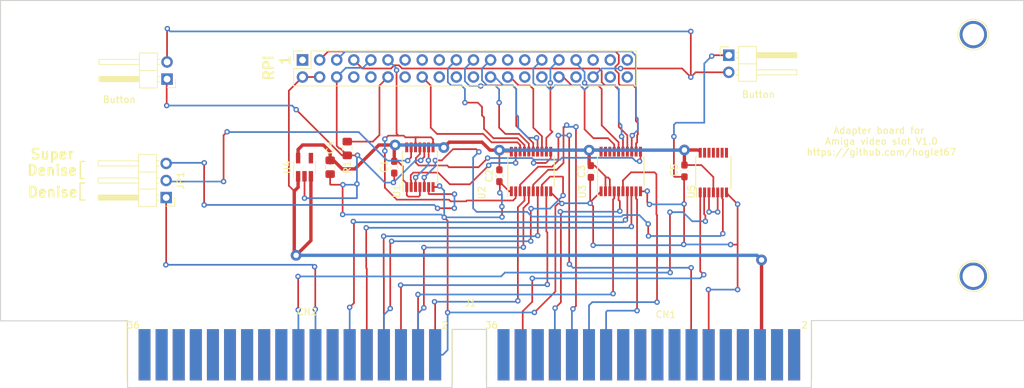
<source format=kicad_pcb>
(kicad_pcb (version 20171130) (host pcbnew "(5.1.9)-1")

  (general
    (thickness 1.6)
    (drawings 24)
    (tracks 767)
    (zones 0)
    (modules 18)
    (nets 66)
  )

  (page A4)
  (layers
    (0 F.Cu signal)
    (31 B.Cu signal)
    (32 B.Adhes user)
    (33 F.Adhes user)
    (34 B.Paste user)
    (35 F.Paste user)
    (36 B.SilkS user)
    (37 F.SilkS user)
    (38 B.Mask user)
    (39 F.Mask user)
    (40 Dwgs.User user)
    (41 Cmts.User user)
    (42 Eco1.User user)
    (43 Eco2.User user)
    (44 Edge.Cuts user)
    (45 Margin user)
    (46 B.CrtYd user)
    (47 F.CrtYd user)
    (48 B.Fab user)
    (49 F.Fab user)
  )

  (setup
    (last_trace_width 0.25)
    (user_trace_width 0.5)
    (trace_clearance 0.2)
    (zone_clearance 0.508)
    (zone_45_only no)
    (trace_min 0.2)
    (via_size 0.8)
    (via_drill 0.4)
    (via_min_size 0.4)
    (via_min_drill 0.3)
    (user_via 1.6 0.8)
    (uvia_size 0.3)
    (uvia_drill 0.1)
    (uvias_allowed no)
    (uvia_min_size 0.2)
    (uvia_min_drill 0.1)
    (edge_width 0.15)
    (segment_width 0.2)
    (pcb_text_width 0.3)
    (pcb_text_size 1.5 1.5)
    (mod_edge_width 0.15)
    (mod_text_size 1 1)
    (mod_text_width 0.15)
    (pad_size 1.78 7.62)
    (pad_drill 0)
    (pad_to_mask_clearance 0.2)
    (aux_axis_origin 0 0)
    (visible_elements 7FFFFFFF)
    (pcbplotparams
      (layerselection 0x010f0_ffffffff)
      (usegerberextensions false)
      (usegerberattributes false)
      (usegerberadvancedattributes false)
      (creategerberjobfile false)
      (excludeedgelayer true)
      (linewidth 0.100000)
      (plotframeref false)
      (viasonmask false)
      (mode 1)
      (useauxorigin false)
      (hpglpennumber 1)
      (hpglpenspeed 20)
      (hpglpendiameter 15.000000)
      (psnegative false)
      (psa4output false)
      (plotreference true)
      (plotvalue true)
      (plotinvisibletext false)
      (padsonsilk false)
      (subtractmaskfromsilk false)
      (outputformat 1)
      (mirror false)
      (drillshape 0)
      (scaleselection 1)
      (outputdirectory "./gerber"))
  )

  (net 0 "")
  (net 1 GND)
  (net 2 +3V3)
  (net 3 /B0)
  (net 4 /R3)
  (net 5 /R2)
  (net 6 /R1)
  (net 7 /R0)
  (net 8 +5V)
  (net 9 /CDAC)
  (net 10 /CSYNC)
  (net 11 /G3)
  (net 12 /G2)
  (net 13 /G1)
  (net 14 /G0)
  (net 15 /B3)
  (net 16 /B2)
  (net 17 /B1)
  (net 18 "Net-(JRaspberryPiZero1-Pad1)")
  (net 19 /PiCLK)
  (net 20 /PiCSYNC)
  (net 21 /PiR3)
  (net 22 /PiR2)
  (net 23 /PiR1)
  (net 24 "Net-(JRaspberryPiZero1-Pad13)")
  (net 25 /PiR0)
  (net 26 "Net-(JRaspberryPiZero1-Pad17)")
  (net 27 /PiG3)
  (net 28 /PiG2)
  (net 29 /PiG1)
  (net 30 /PiG0)
  (net 31 /PiB3)
  (net 32 /PiB2)
  (net 33 /PiB1)
  (net 34 /PiB0)
  (net 35 "Net-(U4-Pad4)")
  (net 36 "Net-(JRaspberryPiZero1-Pad8)")
  (net 37 "Net-(JRaspberryPiZero1-Pad10)")
  (net 38 "Net-(JRaspberryPiZero1-Pad12)")
  (net 39 "Net-(JRaspberryPiZero1-Pad18)")
  (net 40 "Net-(JRaspberryPiZero1-Pad22)")
  (net 41 "Net-(U1-Pad11)")
  (net 42 "Net-(JRaspberryPiZero1-Pad14)")
  (net 43 "Net-(JRaspberryPiZero1-Pad15)")
  (net 44 "Net-(JRaspberryPiZero1-Pad20)")
  (net 45 "Net-(JRaspberryPiZero1-Pad25)")
  (net 46 "Net-(JRaspberryPiZero1-Pad27)")
  (net 47 "Net-(JRaspberryPiZero1-Pad28)")
  (net 48 "Net-(JRaspberryPiZero1-Pad30)")
  (net 49 "Net-(JRaspberryPiZero1-Pad34)")
  (net 50 "Net-(JRaspberryPiZero1-Pad39)")
  (net 51 "Net-(JRaspberryPiZero1-Pad40)")
  (net 52 "Net-(JRaspberryPiZero1-Pad35)")
  (net 53 "Net-(JRaspberryPiZero1-Pad38)")
  (net 54 "Net-(U3-Pad18)")
  (net 55 "Net-(U3-Pad19)")
  (net 56 "Net-(JButton1-Pad2)")
  (net 57 "Net-(U1-Pad2)")
  (net 58 "Net-(JRaspberryPiZero1-Pad37)")
  (net 59 /7MHZ)
  (net 60 "Net-(JP1-Pad3)")
  (net 61 "Net-(JP1-Pad2)")
  (net 62 "Net-(U1-Pad3)")
  (net 63 /C1)
  (net 64 /C3)
  (net 65 "Net-(U5-Pad3)")

  (net_class Default "Dies ist die voreingestellte Netzklasse."
    (clearance 0.2)
    (trace_width 0.25)
    (via_dia 0.8)
    (via_drill 0.4)
    (uvia_dia 0.3)
    (uvia_drill 0.1)
    (add_net +3V3)
    (add_net +5V)
    (add_net /7MHZ)
    (add_net /B0)
    (add_net /B1)
    (add_net /B2)
    (add_net /B3)
    (add_net /C1)
    (add_net /C3)
    (add_net /CDAC)
    (add_net /CSYNC)
    (add_net /G0)
    (add_net /G1)
    (add_net /G2)
    (add_net /G3)
    (add_net /PiB0)
    (add_net /PiB1)
    (add_net /PiB2)
    (add_net /PiB3)
    (add_net /PiCLK)
    (add_net /PiCSYNC)
    (add_net /PiG0)
    (add_net /PiG1)
    (add_net /PiG2)
    (add_net /PiG3)
    (add_net /PiR0)
    (add_net /PiR1)
    (add_net /PiR2)
    (add_net /PiR3)
    (add_net /R0)
    (add_net /R1)
    (add_net /R2)
    (add_net /R3)
    (add_net GND)
    (add_net "Net-(JButton1-Pad2)")
    (add_net "Net-(JP1-Pad2)")
    (add_net "Net-(JP1-Pad3)")
    (add_net "Net-(JRaspberryPiZero1-Pad1)")
    (add_net "Net-(JRaspberryPiZero1-Pad10)")
    (add_net "Net-(JRaspberryPiZero1-Pad12)")
    (add_net "Net-(JRaspberryPiZero1-Pad13)")
    (add_net "Net-(JRaspberryPiZero1-Pad14)")
    (add_net "Net-(JRaspberryPiZero1-Pad15)")
    (add_net "Net-(JRaspberryPiZero1-Pad17)")
    (add_net "Net-(JRaspberryPiZero1-Pad18)")
    (add_net "Net-(JRaspberryPiZero1-Pad20)")
    (add_net "Net-(JRaspberryPiZero1-Pad22)")
    (add_net "Net-(JRaspberryPiZero1-Pad25)")
    (add_net "Net-(JRaspberryPiZero1-Pad27)")
    (add_net "Net-(JRaspberryPiZero1-Pad28)")
    (add_net "Net-(JRaspberryPiZero1-Pad30)")
    (add_net "Net-(JRaspberryPiZero1-Pad34)")
    (add_net "Net-(JRaspberryPiZero1-Pad35)")
    (add_net "Net-(JRaspberryPiZero1-Pad37)")
    (add_net "Net-(JRaspberryPiZero1-Pad38)")
    (add_net "Net-(JRaspberryPiZero1-Pad39)")
    (add_net "Net-(JRaspberryPiZero1-Pad40)")
    (add_net "Net-(JRaspberryPiZero1-Pad8)")
    (add_net "Net-(U1-Pad11)")
    (add_net "Net-(U1-Pad2)")
    (add_net "Net-(U1-Pad3)")
    (add_net "Net-(U3-Pad18)")
    (add_net "Net-(U3-Pad19)")
    (add_net "Net-(U4-Pad4)")
    (add_net "Net-(U5-Pad3)")
  )

  (module Housings_SSOP:TSSOP-14_4.4x5mm_Pitch0.65mm (layer F.Cu) (tedit 6010E0D4) (tstamp 6010F76E)
    (at 197.57898 85.0773 90)
    (descr "14-Lead Plastic Thin Shrink Small Outline (ST)-4.4 mm Body [TSSOP] (see Microchip Packaging Specification 00000049BS.pdf)")
    (tags "SSOP 0.65")
    (path /604D47AE)
    (attr smd)
    (fp_text reference U5 (at -2.83972 -3.25374 90) (layer F.SilkS)
      (effects (font (size 1 1) (thickness 0.15)))
    )
    (fp_text value 74LVC86 (at 0 3.55 90) (layer F.Fab)
      (effects (font (size 1 1) (thickness 0.15)))
    )
    (fp_line (start -2.325 -2.5) (end -3.675 -2.5) (layer F.SilkS) (width 0.15))
    (fp_line (start -2.325 2.625) (end 2.325 2.625) (layer F.SilkS) (width 0.15))
    (fp_line (start -2.325 -2.625) (end 2.325 -2.625) (layer F.SilkS) (width 0.15))
    (fp_line (start -2.325 2.625) (end -2.325 2.4) (layer F.SilkS) (width 0.15))
    (fp_line (start 2.325 2.625) (end 2.325 2.4) (layer F.SilkS) (width 0.15))
    (fp_line (start 2.325 -2.625) (end 2.325 -2.4) (layer F.SilkS) (width 0.15))
    (fp_line (start -2.325 -2.625) (end -2.325 -2.5) (layer F.SilkS) (width 0.15))
    (fp_line (start -3.95 2.8) (end 3.95 2.8) (layer F.CrtYd) (width 0.05))
    (fp_line (start -3.95 -2.8) (end 3.95 -2.8) (layer F.CrtYd) (width 0.05))
    (fp_line (start 3.95 -2.8) (end 3.95 2.8) (layer F.CrtYd) (width 0.05))
    (fp_line (start -3.95 -2.8) (end -3.95 2.8) (layer F.CrtYd) (width 0.05))
    (fp_line (start -2.2 -1.5) (end -1.2 -2.5) (layer F.Fab) (width 0.15))
    (fp_line (start -2.2 2.5) (end -2.2 -1.5) (layer F.Fab) (width 0.15))
    (fp_line (start 2.2 2.5) (end -2.2 2.5) (layer F.Fab) (width 0.15))
    (fp_line (start 2.2 -2.5) (end 2.2 2.5) (layer F.Fab) (width 0.15))
    (fp_line (start -1.2 -2.5) (end 2.2 -2.5) (layer F.Fab) (width 0.15))
    (fp_text user %R (at 0 0 90) (layer F.Fab)
      (effects (font (size 0.8 0.8) (thickness 0.15)))
    )
    (pad 1 smd rect (at -2.95 -1.95 90) (size 1.45 0.45) (layers F.Cu F.Paste F.Mask)
      (net 63 /C1))
    (pad 2 smd rect (at -2.95 -1.3 90) (size 1.45 0.45) (layers F.Cu F.Paste F.Mask)
      (net 64 /C3))
    (pad 3 smd rect (at -2.95 -0.65 90) (size 1.45 0.45) (layers F.Cu F.Paste F.Mask)
      (net 65 "Net-(U5-Pad3)"))
    (pad 4 smd rect (at -2.95 0 90) (size 1.45 0.45) (layers F.Cu F.Paste F.Mask)
      (net 2 +3V3))
    (pad 5 smd rect (at -2.95 0.65 90) (size 1.45 0.45) (layers F.Cu F.Paste F.Mask)
      (net 65 "Net-(U5-Pad3)"))
    (pad 6 smd rect (at -2.95 1.3 90) (size 1.45 0.45) (layers F.Cu F.Paste F.Mask)
      (net 59 /7MHZ))
    (pad 7 smd rect (at -2.95 1.95 90) (size 1.45 0.45) (layers F.Cu F.Paste F.Mask)
      (net 1 GND))
    (pad 8 smd rect (at 2.95 1.95 90) (size 1.45 0.45) (layers F.Cu F.Paste F.Mask))
    (pad 9 smd rect (at 2.95 1.3 90) (size 1.45 0.45) (layers F.Cu F.Paste F.Mask))
    (pad 10 smd rect (at 2.95 0.65 90) (size 1.45 0.45) (layers F.Cu F.Paste F.Mask))
    (pad 11 smd rect (at 2.95 0 90) (size 1.45 0.45) (layers F.Cu F.Paste F.Mask))
    (pad 12 smd rect (at 2.95 -0.65 90) (size 1.45 0.45) (layers F.Cu F.Paste F.Mask))
    (pad 13 smd rect (at 2.95 -1.3 90) (size 1.45 0.45) (layers F.Cu F.Paste F.Mask))
    (pad 14 smd rect (at 2.95 -1.95 90) (size 1.45 0.45) (layers F.Cu F.Paste F.Mask)
      (net 2 +3V3))
    (model ${KISYS3DMOD}/Housings_SSOP.3dshapes/TSSOP-14_4.4x5mm_Pitch0.65mm.wrl
      (at (xyz 0 0 0))
      (scale (xyz 1 1 1))
      (rotate (xyz 0 0 0))
    )
  )

  (module Capacitor_SMD:C_0603_1608Metric_Pad1.05x0.95mm_HandSolder (layer F.Cu) (tedit 601047ED) (tstamp 60109E62)
    (at 193.28384 84.836 270)
    (descr "Capacitor SMD 0603 (1608 Metric), square (rectangular) end terminal, IPC_7351 nominal with elongated pad for handsoldering. (Body size source: http://www.tortai-tech.com/upload/download/2011102023233369053.pdf), generated with kicad-footprint-generator")
    (tags "capacitor handsolder")
    (path /5FE10161)
    (attr smd)
    (fp_text reference C5 (at -0.127 1.524 270) (layer F.SilkS)
      (effects (font (size 1 1) (thickness 0.15)))
    )
    (fp_text value 100nF (at 0 1.43 270) (layer F.Fab)
      (effects (font (size 1 1) (thickness 0.15)))
    )
    (fp_line (start 1.65 0.73) (end -1.65 0.73) (layer F.CrtYd) (width 0.05))
    (fp_line (start 1.65 -0.73) (end 1.65 0.73) (layer F.CrtYd) (width 0.05))
    (fp_line (start -1.65 -0.73) (end 1.65 -0.73) (layer F.CrtYd) (width 0.05))
    (fp_line (start -1.65 0.73) (end -1.65 -0.73) (layer F.CrtYd) (width 0.05))
    (fp_line (start -0.171267 0.51) (end 0.171267 0.51) (layer F.SilkS) (width 0.12))
    (fp_line (start -0.171267 -0.51) (end 0.171267 -0.51) (layer F.SilkS) (width 0.12))
    (fp_line (start 0.8 0.4) (end -0.8 0.4) (layer F.Fab) (width 0.1))
    (fp_line (start 0.8 -0.4) (end 0.8 0.4) (layer F.Fab) (width 0.1))
    (fp_line (start -0.8 -0.4) (end 0.8 -0.4) (layer F.Fab) (width 0.1))
    (fp_line (start -0.8 0.4) (end -0.8 -0.4) (layer F.Fab) (width 0.1))
    (fp_text user %R (at 0 0 270) (layer F.Fab)
      (effects (font (size 0.4 0.4) (thickness 0.06)))
    )
    (pad 1 smd roundrect (at -0.875 0 270) (size 1.05 0.95) (layers F.Cu F.Paste F.Mask) (roundrect_rratio 0.25)
      (net 2 +3V3))
    (pad 2 smd roundrect (at 0.875 0 270) (size 1.05 0.95) (layers F.Cu F.Paste F.Mask) (roundrect_rratio 0.25)
      (net 1 GND))
    (model ${KISYS3DMOD}/Capacitor_SMD.3dshapes/C_0603_1608Metric.wrl
      (at (xyz 0 0 0))
      (scale (xyz 1 1 1))
      (rotate (xyz 0 0 0))
    )
  )

  (module Connector_PinHeader_2.54mm:PinHeader_1x02_P2.54mm_Horizontal (layer F.Cu) (tedit 5F3593F3) (tstamp 60109D53)
    (at 116.4082 71.16318 180)
    (descr "Through hole angled pin header, 1x02, 2.54mm pitch, 6mm pin length, single row")
    (tags "Through hole angled pin header THT 1x02 2.54mm single row")
    (path /5F3EA598)
    (fp_text reference JButton1 (at 4.385 -2.27) (layer F.SilkS) hide
      (effects (font (size 1 1) (thickness 0.15)))
    )
    (fp_text value Conn_01x02 (at 4.385 4.81) (layer F.Fab)
      (effects (font (size 1 1) (thickness 0.15)))
    )
    (fp_line (start 10.55 -1.8) (end -1.8 -1.8) (layer F.CrtYd) (width 0.05))
    (fp_line (start 10.55 4.35) (end 10.55 -1.8) (layer F.CrtYd) (width 0.05))
    (fp_line (start -1.8 4.35) (end 10.55 4.35) (layer F.CrtYd) (width 0.05))
    (fp_line (start -1.8 -1.8) (end -1.8 4.35) (layer F.CrtYd) (width 0.05))
    (fp_line (start -1.27 -1.27) (end 0 -1.27) (layer F.SilkS) (width 0.12))
    (fp_line (start -1.27 0) (end -1.27 -1.27) (layer F.SilkS) (width 0.12))
    (fp_line (start 1.042929 2.92) (end 1.44 2.92) (layer F.SilkS) (width 0.12))
    (fp_line (start 1.042929 2.16) (end 1.44 2.16) (layer F.SilkS) (width 0.12))
    (fp_line (start 10.1 2.92) (end 4.1 2.92) (layer F.SilkS) (width 0.12))
    (fp_line (start 10.1 2.16) (end 10.1 2.92) (layer F.SilkS) (width 0.12))
    (fp_line (start 4.1 2.16) (end 10.1 2.16) (layer F.SilkS) (width 0.12))
    (fp_line (start 1.44 1.27) (end 4.1 1.27) (layer F.SilkS) (width 0.12))
    (fp_line (start 1.11 0.38) (end 1.44 0.38) (layer F.SilkS) (width 0.12))
    (fp_line (start 1.11 -0.38) (end 1.44 -0.38) (layer F.SilkS) (width 0.12))
    (fp_line (start 4.1 0.28) (end 10.1 0.28) (layer F.SilkS) (width 0.12))
    (fp_line (start 4.1 0.16) (end 10.1 0.16) (layer F.SilkS) (width 0.12))
    (fp_line (start 4.1 0.04) (end 10.1 0.04) (layer F.SilkS) (width 0.12))
    (fp_line (start 4.1 -0.08) (end 10.1 -0.08) (layer F.SilkS) (width 0.12))
    (fp_line (start 4.1 -0.2) (end 10.1 -0.2) (layer F.SilkS) (width 0.12))
    (fp_line (start 4.1 -0.32) (end 10.1 -0.32) (layer F.SilkS) (width 0.12))
    (fp_line (start 10.1 0.38) (end 4.1 0.38) (layer F.SilkS) (width 0.12))
    (fp_line (start 10.1 -0.38) (end 10.1 0.38) (layer F.SilkS) (width 0.12))
    (fp_line (start 4.1 -0.38) (end 10.1 -0.38) (layer F.SilkS) (width 0.12))
    (fp_line (start 4.1 -1.33) (end 1.44 -1.33) (layer F.SilkS) (width 0.12))
    (fp_line (start 4.1 3.87) (end 4.1 -1.33) (layer F.SilkS) (width 0.12))
    (fp_line (start 1.44 3.87) (end 4.1 3.87) (layer F.SilkS) (width 0.12))
    (fp_line (start 1.44 -1.33) (end 1.44 3.87) (layer F.SilkS) (width 0.12))
    (fp_line (start 4.04 2.86) (end 10.04 2.86) (layer F.Fab) (width 0.1))
    (fp_line (start 10.04 2.22) (end 10.04 2.86) (layer F.Fab) (width 0.1))
    (fp_line (start 4.04 2.22) (end 10.04 2.22) (layer F.Fab) (width 0.1))
    (fp_line (start -0.32 2.86) (end 1.5 2.86) (layer F.Fab) (width 0.1))
    (fp_line (start -0.32 2.22) (end -0.32 2.86) (layer F.Fab) (width 0.1))
    (fp_line (start -0.32 2.22) (end 1.5 2.22) (layer F.Fab) (width 0.1))
    (fp_line (start 4.04 0.32) (end 10.04 0.32) (layer F.Fab) (width 0.1))
    (fp_line (start 10.04 -0.32) (end 10.04 0.32) (layer F.Fab) (width 0.1))
    (fp_line (start 4.04 -0.32) (end 10.04 -0.32) (layer F.Fab) (width 0.1))
    (fp_line (start -0.32 0.32) (end 1.5 0.32) (layer F.Fab) (width 0.1))
    (fp_line (start -0.32 -0.32) (end -0.32 0.32) (layer F.Fab) (width 0.1))
    (fp_line (start -0.32 -0.32) (end 1.5 -0.32) (layer F.Fab) (width 0.1))
    (fp_line (start 1.5 -0.635) (end 2.135 -1.27) (layer F.Fab) (width 0.1))
    (fp_line (start 1.5 3.81) (end 1.5 -0.635) (layer F.Fab) (width 0.1))
    (fp_line (start 4.04 3.81) (end 1.5 3.81) (layer F.Fab) (width 0.1))
    (fp_line (start 4.04 -1.27) (end 4.04 3.81) (layer F.Fab) (width 0.1))
    (fp_line (start 2.135 -1.27) (end 4.04 -1.27) (layer F.Fab) (width 0.1))
    (fp_text user %R (at 2.77 1.27 90) (layer F.Fab)
      (effects (font (size 1 1) (thickness 0.15)))
    )
    (pad 1 thru_hole rect (at 0 0 180) (size 1.7 1.7) (drill 1) (layers *.Cu *.Mask)
      (net 1 GND))
    (pad 2 thru_hole oval (at 0 2.54 180) (size 1.7 1.7) (drill 1) (layers *.Cu *.Mask)
      (net 56 "Net-(JButton1-Pad2)"))
    (model ${KISYS3DMOD}/Connector_PinHeader_2.54mm.3dshapes/PinHeader_1x02_P2.54mm_Horizontal.wrl
      (at (xyz 0 0 0))
      (scale (xyz 1 1 1))
      (rotate (xyz 0 0 0))
    )
  )

  (module Connectors:1pin (layer F.Cu) (tedit 6005DA38) (tstamp 60103F35)
    (at 236.2073 100.50272)
    (descr "module 1 pin (ou trou mecanique de percage)")
    (tags DEV)
    (fp_text reference REF** (at 0 -3.048) (layer F.SilkS) hide
      (effects (font (size 1 1) (thickness 0.15)))
    )
    (fp_text value 1pin (at 1.91262 4.94792) (layer F.Fab) hide
      (effects (font (size 1 1) (thickness 0.15)))
    )
    (fp_circle (center 0 0) (end 2 0.8) (layer F.Fab) (width 0.1))
    (fp_circle (center 0 0) (end 2.6 0) (layer F.CrtYd) (width 0.05))
    (fp_circle (center 0 0) (end 0 -2.286) (layer F.SilkS) (width 0.12))
    (pad 1 thru_hole circle (at 0 0) (size 4.064 4.064) (drill 3.2) (layers *.Cu *.Mask))
  )

  (module amiga-conn:A2000_Video_Slot (layer F.Cu) (tedit 601C2816) (tstamp 60103EA5)
    (at 212.37448 116.24818)
    (descr "Amiga 2000 Video Slot Edge Connector")
    (tags "A2000 Video Slot Edge Connector")
    (attr virtual)
    (fp_text reference J1 (at -50.87 -11.76) (layer F.SilkS)
      (effects (font (size 1 1) (thickness 0.15)))
    )
    (fp_text value "A2000 Video Slot Edge Connector" (at -51.68 -11.05) (layer F.Fab)
      (effects (font (size 1 1) (thickness 0.15)))
    )
    (fp_line (start 0 0) (end -102.1 0) (layer F.CrtYd) (width 0.05))
    (fp_line (start 0 0) (end 0 -9.39) (layer F.CrtYd) (width 0.05))
    (fp_line (start -102.1 -9.39) (end -102.1 0) (layer F.CrtYd) (width 0.05))
    (fp_line (start -102.1 -9.39) (end 0 -9.39) (layer F.CrtYd) (width 0.05))
    (fp_line (start -0.25 -9.14) (end -0.25 -0.25) (layer F.Fab) (width 0.1))
    (fp_line (start -101.85 -9.14) (end -0.25 -9.14) (layer F.Fab) (width 0.1))
    (fp_line (start -101.85 -0.25) (end -101.85 -9.14) (layer F.Fab) (width 0.1))
    (fp_line (start -53.59 -0.25) (end -101.85 -0.25) (layer F.Fab) (width 0.1))
    (fp_line (start -53.59 -7.87) (end -53.59 -0.25) (layer F.Fab) (width 0.1))
    (fp_line (start -48.51 -7.87) (end -53.59 -7.87) (layer F.Fab) (width 0.1))
    (fp_line (start -48.51 -0.25) (end -48.51 -7.87) (layer F.Fab) (width 0.1))
    (fp_line (start -0.25 -0.25) (end -48.51 -0.25) (layer F.Fab) (width 0.1))
    (fp_line (start -101.92 -9.16) (end -102.32 -9.16) (layer F.SilkS) (width 0.12))
    (fp_line (start -101.92 -0.21) (end -101.92 -9.16) (layer F.SilkS) (width 0.12))
    (fp_line (start -48.57 -7.81) (end -48.57 -0.21) (layer F.SilkS) (width 0.12))
    (fp_line (start -53.52 -7.81) (end -48.57 -7.81) (layer F.SilkS) (width 0.12))
    (fp_line (start -53.52 -0.21) (end -53.52 -7.81) (layer F.SilkS) (width 0.12))
    (fp_line (start -0.18 -9.16) (end 0.22 -9.16) (layer F.SilkS) (width 0.12))
    (fp_line (start -0.18 -0.21) (end -0.18 -9.16) (layer F.SilkS) (width 0.12))
    (fp_text user %R (at -34.54 -4.695) (layer F.Fab)
      (effects (font (size 1 1) (thickness 0.15)))
    )
    (fp_text user 36 (at -100.975 -8.475) (layer F.SilkS)
      (effects (font (size 1 1) (thickness 0.15)))
    )
    (fp_text user 2 (at -54.7 -8.475) (layer F.SilkS)
      (effects (font (size 1 1) (thickness 0.15)))
    )
    (fp_text user CN2 (at -75.17 -10.46) (layer F.SilkS)
      (effects (font (size 1 1) (thickness 0.15)))
    )
    (fp_text user 2 (at -1.25 -8.47) (layer F.SilkS)
      (effects (font (size 1 1) (thickness 0.15)))
    )
    (fp_text user 36 (at -47.75 -8.475) (layer F.SilkS)
      (effects (font (size 1 1) (thickness 0.15)))
    )
    (fp_text user CN1 (at -21.87 -10.06) (layer F.SilkS)
      (effects (font (size 1 1) (thickness 0.15)))
    )
    (pad 36 connect rect (at -99.31 -4.06) (size 1.78 7.62) (layers F.Cu F.Mask))
    (pad 34 connect rect (at -96.77 -4.06) (size 1.78 7.62) (layers F.Cu F.Mask))
    (pad 32 connect rect (at -94.23 -4.06) (size 1.78 7.62) (layers F.Cu F.Mask))
    (pad 30 connect rect (at -91.69 -4.06) (size 1.78 7.62) (layers F.Cu F.Mask))
    (pad 28 connect rect (at -89.15 -4.06) (size 1.78 7.62) (layers F.Cu F.Mask))
    (pad 26 connect rect (at -86.61 -4.06) (size 1.78 7.62) (layers F.Cu F.Mask))
    (pad 24 connect rect (at -84.07 -4.06) (size 1.78 7.62) (layers F.Cu F.Mask))
    (pad 22 connect rect (at -81.53 -4.06) (size 1.78 7.62) (layers F.Cu F.Mask))
    (pad 20 connect rect (at -78.99 -4.06) (size 1.78 7.62) (layers F.Cu F.Mask))
    (pad 18 connect rect (at -76.45 -4.06) (size 1.78 7.62) (layers F.Cu F.Mask))
    (pad 16 connect rect (at -73.91 -4.06) (size 1.78 7.62) (layers F.Cu F.Mask))
    (pad 14 connect rect (at -71.37 -4.06) (size 1.78 7.62) (layers F.Cu F.Mask))
    (pad 12 connect rect (at -68.83 -4.06) (size 1.78 7.62) (layers F.Cu F.Mask))
    (pad 10 connect rect (at -66.29 -4.06) (size 1.78 7.62) (layers F.Cu F.Mask)
      (net 17 /B1))
    (pad 8 connect rect (at -63.75 -4.06) (size 1.78 7.62) (layers F.Cu F.Mask)
      (net 12 /G2))
    (pad 6 connect rect (at -61.21 -4.06) (size 1.78 7.62) (layers F.Cu F.Mask)
      (net 14 /G0))
    (pad 4 connect rect (at -58.67 -4.06) (size 1.78 7.62) (layers F.Cu F.Mask)
      (net 5 /R2))
    (pad 2 connect rect (at -56.13 -4.06) (size 1.78 7.62) (layers F.Cu F.Mask)
      (net 7 /R0))
    (pad 35 connect rect (at -99.31 -4.06) (size 1.78 7.62) (layers B.Cu B.Mask))
    (pad 33 connect rect (at -96.77 -4.06) (size 1.78 7.62) (layers B.Cu B.Mask))
    (pad 31 connect rect (at -94.23 -4.06) (size 1.78 7.62) (layers B.Cu B.Mask))
    (pad 29 connect rect (at -91.69 -4.06) (size 1.78 7.62) (layers B.Cu B.Mask))
    (pad 27 connect rect (at -89.15 -4.06) (size 1.78 7.62) (layers B.Cu B.Mask))
    (pad 25 connect rect (at -86.61 -4.06) (size 1.78 7.62) (layers B.Cu B.Mask))
    (pad 23 connect rect (at -84.07 -4.06) (size 1.78 7.62) (layers B.Cu B.Mask))
    (pad 21 connect rect (at -81.53 -4.06) (size 1.78 7.62) (layers B.Cu B.Mask))
    (pad 19 connect rect (at -78.99 -4.06) (size 1.78 7.62) (layers B.Cu B.Mask))
    (pad 17 connect rect (at -76.45 -4.06) (size 1.78 7.62) (layers B.Cu B.Mask)
      (net 64 /C3))
    (pad 15 connect rect (at -73.91 -4.06) (size 1.78 7.62) (layers B.Cu B.Mask)
      (net 9 /CDAC))
    (pad 13 connect rect (at -71.37 -4.06) (size 1.78 7.62) (layers B.Cu B.Mask))
    (pad 11 connect rect (at -68.83 -4.06) (size 1.78 7.62) (layers B.Cu B.Mask)
      (net 16 /B2))
    (pad 9 connect rect (at -66.29 -4.06) (size 1.78 7.62) (layers B.Cu B.Mask))
    (pad 7 connect rect (at -63.75 -4.06) (size 1.78 7.62) (layers B.Cu B.Mask)
      (net 13 /G1))
    (pad 5 connect rect (at -61.21 -4.06) (size 1.78 7.62) (layers B.Cu B.Mask))
    (pad 3 connect rect (at -58.67 -4.06) (size 1.78 7.62) (layers B.Cu B.Mask)
      (net 6 /R1))
    (pad 1 connect rect (at -56.13 -4.06) (size 1.78 7.62) (layers B.Cu B.Mask)
      (net 1 GND))
    (pad 36 connect rect (at -45.97 -4.06) (size 1.78 7.62) (layers F.Cu F.Mask))
    (pad 34 connect rect (at -43.43 -4.06) (size 1.78 7.62) (layers F.Cu F.Mask)
      (net 63 /C1))
    (pad 32 connect rect (at -40.89 -4.06) (size 1.78 7.62) (layers F.Cu F.Mask))
    (pad 30 connect rect (at -38.35 -4.06) (size 1.78 7.62) (layers F.Cu F.Mask))
    (pad 28 connect rect (at -35.81 -4.06) (size 1.78 7.62) (layers F.Cu F.Mask))
    (pad 26 connect rect (at -33.27 -4.06) (size 1.78 7.62) (layers F.Cu F.Mask))
    (pad 24 connect rect (at -30.73 -4.06) (size 1.78 7.62) (layers F.Cu F.Mask))
    (pad 22 connect rect (at -28.19 -4.06) (size 1.78 7.62) (layers F.Cu F.Mask))
    (pad 20 connect rect (at -25.65 -4.06) (size 1.78 7.62) (layers F.Cu F.Mask))
    (pad 18 connect rect (at -23.11 -4.06) (size 1.78 7.62) (layers F.Cu F.Mask))
    (pad 16 connect rect (at -20.57 -4.06) (size 1.78 7.62) (layers F.Cu F.Mask))
    (pad 14 connect rect (at -18.03 -4.06) (size 1.78 7.62) (layers F.Cu F.Mask)
      (net 10 /CSYNC))
    (pad 12 connect rect (at -15.49 -4.06) (size 1.78 7.62) (layers F.Cu F.Mask)
      (net 1 GND))
    (pad 10 connect rect (at -12.95 -4.06) (size 1.78 7.62) (layers F.Cu F.Mask))
    (pad 8 connect rect (at -10.41 -4.06) (size 1.78 7.62) (layers F.Cu F.Mask))
    (pad 6 connect rect (at -7.87 -4.06) (size 1.78 7.62) (layers F.Cu F.Mask)
      (net 8 +5V))
    (pad 4 connect rect (at -5.33 -4.06) (size 1.78 7.62) (layers F.Cu F.Mask))
    (pad 2 connect rect (at -2.79 -4.06) (size 1.78 7.62) (layers F.Cu F.Mask))
    (pad 35 connect rect (at -45.97 -4.06) (size 1.78 7.62) (layers B.Cu B.Mask))
    (pad 33 connect rect (at -43.43 -4.06) (size 1.78 7.62) (layers B.Cu B.Mask))
    (pad 31 connect rect (at -40.89 -4.06) (size 1.78 7.62) (layers B.Cu B.Mask))
    (pad 29 connect rect (at -38.35 -4.06) (size 1.78 7.62) (layers B.Cu B.Mask)
      (net 4 /R3))
    (pad 27 connect rect (at -35.81 -4.06) (size 1.78 7.62) (layers B.Cu B.Mask)
      (net 11 /G3))
    (pad 25 connect rect (at -33.27 -4.06) (size 1.78 7.62) (layers B.Cu B.Mask)
      (net 15 /B3))
    (pad 23 connect rect (at -30.73 -4.06) (size 1.78 7.62) (layers B.Cu B.Mask)
      (net 3 /B0))
    (pad 21 connect rect (at -28.19 -4.06) (size 1.78 7.62) (layers B.Cu B.Mask))
    (pad 19 connect rect (at -25.65 -4.06) (size 1.78 7.62) (layers B.Cu B.Mask))
    (pad 17 connect rect (at -23.11 -4.06) (size 1.78 7.62) (layers B.Cu B.Mask))
    (pad 15 connect rect (at -20.57 -4.06) (size 1.78 7.62) (layers B.Cu B.Mask))
    (pad 13 connect rect (at -18.03 -4.06) (size 1.78 7.62) (layers B.Cu B.Mask))
    (pad 11 connect rect (at -15.49 -4.06) (size 1.78 7.62) (layers B.Cu B.Mask))
    (pad 9 connect rect (at -12.95 -4.06) (size 1.78 7.62) (layers B.Cu B.Mask))
    (pad 7 connect rect (at -10.41 -4.06) (size 1.78 7.62) (layers B.Cu B.Mask))
    (pad 5 connect rect (at -7.87 -4.06) (size 1.78 7.62) (layers B.Cu B.Mask))
    (pad 3 connect rect (at -5.33 -4.06) (size 1.78 7.62) (layers B.Cu B.Mask))
    (pad 1 connect rect (at -2.79 -4.06) (size 1.78 7.62) (layers B.Cu B.Mask))
  )

  (module Connectors:1pin (layer F.Cu) (tedit 6005DA3E) (tstamp 60103E9E)
    (at 236.2073 64.54648)
    (descr "module 1 pin (ou trou mecanique de percage)")
    (tags DEV)
    (fp_text reference REF** (at 0 -3.048) (layer F.SilkS) hide
      (effects (font (size 1 1) (thickness 0.15)))
    )
    (fp_text value 1pin (at 0 3) (layer F.Fab) hide
      (effects (font (size 1 1) (thickness 0.15)))
    )
    (fp_circle (center 0 0) (end 2 0.8) (layer F.Fab) (width 0.1))
    (fp_circle (center 0 0) (end 2.6 0) (layer F.CrtYd) (width 0.05))
    (fp_circle (center 0 0) (end 0 -2.286) (layer F.SilkS) (width 0.12))
    (pad 1 thru_hole circle (at 0 0) (size 4.064 4.064) (drill 3.2) (layers *.Cu *.Mask))
  )

  (module Package_SO:TSSOP-14_4.4x5mm_P0.65mm (layer F.Cu) (tedit 5A02F25C) (tstamp 5F382C8B)
    (at 153.97734 84.2772 90)
    (descr "14-Lead Plastic Thin Shrink Small Outline (ST)-4.4 mm Body [TSSOP] (see Microchip Packaging Specification 00000049BS.pdf)")
    (tags "SSOP 0.65")
    (path /5F56435F)
    (attr smd)
    (fp_text reference U1 (at -3.556 -3.429 90) (layer F.SilkS)
      (effects (font (size 1 1) (thickness 0.15)))
    )
    (fp_text value 74LVC86 (at 0 3.55 90) (layer F.Fab)
      (effects (font (size 1 1) (thickness 0.15)))
    )
    (fp_line (start -1.2 -2.5) (end 2.2 -2.5) (layer F.Fab) (width 0.15))
    (fp_line (start 2.2 -2.5) (end 2.2 2.5) (layer F.Fab) (width 0.15))
    (fp_line (start 2.2 2.5) (end -2.2 2.5) (layer F.Fab) (width 0.15))
    (fp_line (start -2.2 2.5) (end -2.2 -1.5) (layer F.Fab) (width 0.15))
    (fp_line (start -2.2 -1.5) (end -1.2 -2.5) (layer F.Fab) (width 0.15))
    (fp_line (start -3.95 -2.8) (end -3.95 2.8) (layer F.CrtYd) (width 0.05))
    (fp_line (start 3.95 -2.8) (end 3.95 2.8) (layer F.CrtYd) (width 0.05))
    (fp_line (start -3.95 -2.8) (end 3.95 -2.8) (layer F.CrtYd) (width 0.05))
    (fp_line (start -3.95 2.8) (end 3.95 2.8) (layer F.CrtYd) (width 0.05))
    (fp_line (start -2.325 -2.625) (end -2.325 -2.5) (layer F.SilkS) (width 0.15))
    (fp_line (start 2.325 -2.625) (end 2.325 -2.4) (layer F.SilkS) (width 0.15))
    (fp_line (start 2.325 2.625) (end 2.325 2.4) (layer F.SilkS) (width 0.15))
    (fp_line (start -2.325 2.625) (end -2.325 2.4) (layer F.SilkS) (width 0.15))
    (fp_line (start -2.325 -2.625) (end 2.325 -2.625) (layer F.SilkS) (width 0.15))
    (fp_line (start -2.325 2.625) (end 2.325 2.625) (layer F.SilkS) (width 0.15))
    (fp_line (start -2.325 -2.5) (end -3.675 -2.5) (layer F.SilkS) (width 0.15))
    (fp_text user %R (at 0 0 90) (layer F.Fab)
      (effects (font (size 0.8 0.8) (thickness 0.15)))
    )
    (pad 1 smd rect (at -2.95 -1.95 90) (size 1.45 0.45) (layers F.Cu F.Paste F.Mask)
      (net 2 +3V3))
    (pad 2 smd rect (at -2.95 -1.3 90) (size 1.45 0.45) (layers F.Cu F.Paste F.Mask)
      (net 57 "Net-(U1-Pad2)"))
    (pad 3 smd rect (at -2.95 -0.65 90) (size 1.45 0.45) (layers F.Cu F.Paste F.Mask)
      (net 62 "Net-(U1-Pad3)"))
    (pad 4 smd rect (at -2.95 0 90) (size 1.45 0.45) (layers F.Cu F.Paste F.Mask)
      (net 2 +3V3))
    (pad 5 smd rect (at -2.95 0.65 90) (size 1.45 0.45) (layers F.Cu F.Paste F.Mask)
      (net 59 /7MHZ))
    (pad 6 smd rect (at -2.95 1.3 90) (size 1.45 0.45) (layers F.Cu F.Paste F.Mask)
      (net 60 "Net-(JP1-Pad3)"))
    (pad 7 smd rect (at -2.95 1.95 90) (size 1.45 0.45) (layers F.Cu F.Paste F.Mask)
      (net 1 GND))
    (pad 8 smd rect (at 2.95 1.95 90) (size 1.45 0.45) (layers F.Cu F.Paste F.Mask)
      (net 19 /PiCLK))
    (pad 9 smd rect (at 2.95 1.3 90) (size 1.45 0.45) (layers F.Cu F.Paste F.Mask)
      (net 62 "Net-(U1-Pad3)"))
    (pad 10 smd rect (at 2.95 0.65 90) (size 1.45 0.45) (layers F.Cu F.Paste F.Mask)
      (net 1 GND))
    (pad 11 smd rect (at 2.95 0 90) (size 1.45 0.45) (layers F.Cu F.Paste F.Mask)
      (net 41 "Net-(U1-Pad11)"))
    (pad 12 smd rect (at 2.95 -0.65 90) (size 1.45 0.45) (layers F.Cu F.Paste F.Mask)
      (net 19 /PiCLK))
    (pad 13 smd rect (at 2.95 -1.3 90) (size 1.45 0.45) (layers F.Cu F.Paste F.Mask)
      (net 61 "Net-(JP1-Pad2)"))
    (pad 14 smd rect (at 2.95 -1.95 90) (size 1.45 0.45) (layers F.Cu F.Paste F.Mask)
      (net 2 +3V3))
    (model ${KISYS3DMOD}/Package_SO.3dshapes/TSSOP-14_4.4x5mm_P0.65mm.wrl
      (at (xyz 0 0 0))
      (scale (xyz 1 1 1))
      (rotate (xyz 0 0 0))
    )
  )

  (module Capacitor_SMD:C_0603_1608Metric_Pad1.05x0.95mm_HandSolder (layer F.Cu) (tedit 5B301BBE) (tstamp 5F36E99F)
    (at 150.16734 84.2772 270)
    (descr "Capacitor SMD 0603 (1608 Metric), square (rectangular) end terminal, IPC_7351 nominal with elongated pad for handsoldering. (Body size source: http://www.tortai-tech.com/upload/download/2011102023233369053.pdf), generated with kicad-footprint-generator")
    (tags "capacitor handsolder")
    (path /5FE10161)
    (attr smd)
    (fp_text reference C1 (at -0.127 1.524 270) (layer F.SilkS)
      (effects (font (size 1 1) (thickness 0.15)))
    )
    (fp_text value 100nF (at 0 1.43 270) (layer F.Fab)
      (effects (font (size 1 1) (thickness 0.15)))
    )
    (fp_line (start 1.65 0.73) (end -1.65 0.73) (layer F.CrtYd) (width 0.05))
    (fp_line (start 1.65 -0.73) (end 1.65 0.73) (layer F.CrtYd) (width 0.05))
    (fp_line (start -1.65 -0.73) (end 1.65 -0.73) (layer F.CrtYd) (width 0.05))
    (fp_line (start -1.65 0.73) (end -1.65 -0.73) (layer F.CrtYd) (width 0.05))
    (fp_line (start -0.171267 0.51) (end 0.171267 0.51) (layer F.SilkS) (width 0.12))
    (fp_line (start -0.171267 -0.51) (end 0.171267 -0.51) (layer F.SilkS) (width 0.12))
    (fp_line (start 0.8 0.4) (end -0.8 0.4) (layer F.Fab) (width 0.1))
    (fp_line (start 0.8 -0.4) (end 0.8 0.4) (layer F.Fab) (width 0.1))
    (fp_line (start -0.8 -0.4) (end 0.8 -0.4) (layer F.Fab) (width 0.1))
    (fp_line (start -0.8 0.4) (end -0.8 -0.4) (layer F.Fab) (width 0.1))
    (fp_text user %R (at 0 0 270) (layer F.Fab)
      (effects (font (size 0.4 0.4) (thickness 0.06)))
    )
    (pad 2 smd roundrect (at 0.875 0 270) (size 1.05 0.95) (layers F.Cu F.Paste F.Mask) (roundrect_rratio 0.25)
      (net 1 GND))
    (pad 1 smd roundrect (at -0.875 0 270) (size 1.05 0.95) (layers F.Cu F.Paste F.Mask) (roundrect_rratio 0.25)
      (net 2 +3V3))
    (model ${KISYS3DMOD}/Capacitor_SMD.3dshapes/C_0603_1608Metric.wrl
      (at (xyz 0 0 0))
      (scale (xyz 1 1 1))
      (rotate (xyz 0 0 0))
    )
  )

  (module Capacitor_SMD:C_0603_1608Metric_Pad1.05x0.95mm_HandSolder (layer F.Cu) (tedit 5B301BBE) (tstamp 5F372961)
    (at 165.78834 85.5472 270)
    (descr "Capacitor SMD 0603 (1608 Metric), square (rectangular) end terminal, IPC_7351 nominal with elongated pad for handsoldering. (Body size source: http://www.tortai-tech.com/upload/download/2011102023233369053.pdf), generated with kicad-footprint-generator")
    (tags "capacitor handsolder")
    (path /5FE101EB)
    (attr smd)
    (fp_text reference C2 (at 0 1.524 270) (layer F.SilkS)
      (effects (font (size 1 1) (thickness 0.15)))
    )
    (fp_text value 100nF (at 0 1.43 270) (layer F.Fab)
      (effects (font (size 1 1) (thickness 0.15)))
    )
    (fp_line (start -0.8 0.4) (end -0.8 -0.4) (layer F.Fab) (width 0.1))
    (fp_line (start -0.8 -0.4) (end 0.8 -0.4) (layer F.Fab) (width 0.1))
    (fp_line (start 0.8 -0.4) (end 0.8 0.4) (layer F.Fab) (width 0.1))
    (fp_line (start 0.8 0.4) (end -0.8 0.4) (layer F.Fab) (width 0.1))
    (fp_line (start -0.171267 -0.51) (end 0.171267 -0.51) (layer F.SilkS) (width 0.12))
    (fp_line (start -0.171267 0.51) (end 0.171267 0.51) (layer F.SilkS) (width 0.12))
    (fp_line (start -1.65 0.73) (end -1.65 -0.73) (layer F.CrtYd) (width 0.05))
    (fp_line (start -1.65 -0.73) (end 1.65 -0.73) (layer F.CrtYd) (width 0.05))
    (fp_line (start 1.65 -0.73) (end 1.65 0.73) (layer F.CrtYd) (width 0.05))
    (fp_line (start 1.65 0.73) (end -1.65 0.73) (layer F.CrtYd) (width 0.05))
    (fp_text user %R (at 0 0 270) (layer F.Fab)
      (effects (font (size 0.4 0.4) (thickness 0.06)))
    )
    (pad 1 smd roundrect (at -0.875 0 270) (size 1.05 0.95) (layers F.Cu F.Paste F.Mask) (roundrect_rratio 0.25)
      (net 2 +3V3))
    (pad 2 smd roundrect (at 0.875 0 270) (size 1.05 0.95) (layers F.Cu F.Paste F.Mask) (roundrect_rratio 0.25)
      (net 1 GND))
    (model ${KISYS3DMOD}/Capacitor_SMD.3dshapes/C_0603_1608Metric.wrl
      (at (xyz 0 0 0))
      (scale (xyz 1 1 1))
      (rotate (xyz 0 0 0))
    )
  )

  (module Capacitor_SMD:C_0603_1608Metric_Pad1.05x0.95mm_HandSolder (layer F.Cu) (tedit 5B301BBE) (tstamp 5F36E9C1)
    (at 179.37734 84.9122 270)
    (descr "Capacitor SMD 0603 (1608 Metric), square (rectangular) end terminal, IPC_7351 nominal with elongated pad for handsoldering. (Body size source: http://www.tortai-tech.com/upload/download/2011102023233369053.pdf), generated with kicad-footprint-generator")
    (tags "capacitor handsolder")
    (path /5FE1049B)
    (attr smd)
    (fp_text reference C3 (at 0 1.397 270) (layer F.SilkS)
      (effects (font (size 1 1) (thickness 0.15)))
    )
    (fp_text value 100nF (at 0 1.43 270) (layer F.Fab)
      (effects (font (size 1 1) (thickness 0.15)))
    )
    (fp_line (start 1.65 0.73) (end -1.65 0.73) (layer F.CrtYd) (width 0.05))
    (fp_line (start 1.65 -0.73) (end 1.65 0.73) (layer F.CrtYd) (width 0.05))
    (fp_line (start -1.65 -0.73) (end 1.65 -0.73) (layer F.CrtYd) (width 0.05))
    (fp_line (start -1.65 0.73) (end -1.65 -0.73) (layer F.CrtYd) (width 0.05))
    (fp_line (start -0.171267 0.51) (end 0.171267 0.51) (layer F.SilkS) (width 0.12))
    (fp_line (start -0.171267 -0.51) (end 0.171267 -0.51) (layer F.SilkS) (width 0.12))
    (fp_line (start 0.8 0.4) (end -0.8 0.4) (layer F.Fab) (width 0.1))
    (fp_line (start 0.8 -0.4) (end 0.8 0.4) (layer F.Fab) (width 0.1))
    (fp_line (start -0.8 -0.4) (end 0.8 -0.4) (layer F.Fab) (width 0.1))
    (fp_line (start -0.8 0.4) (end -0.8 -0.4) (layer F.Fab) (width 0.1))
    (fp_text user %R (at 0 0 270) (layer F.Fab)
      (effects (font (size 0.4 0.4) (thickness 0.06)))
    )
    (pad 2 smd roundrect (at 0.875 0 270) (size 1.05 0.95) (layers F.Cu F.Paste F.Mask) (roundrect_rratio 0.25)
      (net 1 GND))
    (pad 1 smd roundrect (at -0.875 0 270) (size 1.05 0.95) (layers F.Cu F.Paste F.Mask) (roundrect_rratio 0.25)
      (net 2 +3V3))
    (model ${KISYS3DMOD}/Capacitor_SMD.3dshapes/C_0603_1608Metric.wrl
      (at (xyz 0 0 0))
      (scale (xyz 1 1 1))
      (rotate (xyz 0 0 0))
    )
  )

  (module Package_SO:TSSOP-20_4.4x6.5mm_P0.65mm (layer F.Cu) (tedit 5A02F25C) (tstamp 5F36EBA1)
    (at 170.48734 84.9122 90)
    (descr "20-Lead Plastic Thin Shrink Small Outline (ST)-4.4 mm Body [TSSOP] (see Microchip Packaging Specification 00000049BS.pdf)")
    (tags "SSOP 0.65")
    (path /5F56462A)
    (attr smd)
    (fp_text reference U2 (at -3.17754 -7.32282 90) (layer F.SilkS)
      (effects (font (size 1 1) (thickness 0.15)))
    )
    (fp_text value 74LVC574 (at 0 4.3 90) (layer F.Fab)
      (effects (font (size 1 1) (thickness 0.15)))
    )
    (fp_line (start -3.75 -3.45) (end 2.225 -3.45) (layer F.SilkS) (width 0.15))
    (fp_line (start -2.225 3.45) (end 2.225 3.45) (layer F.SilkS) (width 0.15))
    (fp_line (start -3.95 3.55) (end 3.95 3.55) (layer F.CrtYd) (width 0.05))
    (fp_line (start -3.95 -3.55) (end 3.95 -3.55) (layer F.CrtYd) (width 0.05))
    (fp_line (start 3.95 -3.55) (end 3.95 3.55) (layer F.CrtYd) (width 0.05))
    (fp_line (start -3.95 -3.55) (end -3.95 3.55) (layer F.CrtYd) (width 0.05))
    (fp_line (start -2.2 -2.25) (end -1.2 -3.25) (layer F.Fab) (width 0.15))
    (fp_line (start -2.2 3.25) (end -2.2 -2.25) (layer F.Fab) (width 0.15))
    (fp_line (start 2.2 3.25) (end -2.2 3.25) (layer F.Fab) (width 0.15))
    (fp_line (start 2.2 -3.25) (end 2.2 3.25) (layer F.Fab) (width 0.15))
    (fp_line (start -1.2 -3.25) (end 2.2 -3.25) (layer F.Fab) (width 0.15))
    (fp_text user %R (at 0 0 90) (layer F.Fab)
      (effects (font (size 0.8 0.8) (thickness 0.15)))
    )
    (pad 20 smd rect (at 2.95 -2.925 90) (size 1.45 0.45) (layers F.Cu F.Paste F.Mask)
      (net 2 +3V3))
    (pad 19 smd rect (at 2.95 -2.275 90) (size 1.45 0.45) (layers F.Cu F.Paste F.Mask)
      (net 57 "Net-(U1-Pad2)"))
    (pad 18 smd rect (at 2.95 -1.625 90) (size 1.45 0.45) (layers F.Cu F.Paste F.Mask)
      (net 20 /PiCSYNC))
    (pad 17 smd rect (at 2.95 -0.975 90) (size 1.45 0.45) (layers F.Cu F.Paste F.Mask)
      (net 25 /PiR0))
    (pad 16 smd rect (at 2.95 -0.325 90) (size 1.45 0.45) (layers F.Cu F.Paste F.Mask)
      (net 23 /PiR1))
    (pad 15 smd rect (at 2.95 0.325 90) (size 1.45 0.45) (layers F.Cu F.Paste F.Mask)
      (net 27 /PiG3))
    (pad 14 smd rect (at 2.95 0.975 90) (size 1.45 0.45) (layers F.Cu F.Paste F.Mask)
      (net 28 /PiG2))
    (pad 13 smd rect (at 2.95 1.625 90) (size 1.45 0.45) (layers F.Cu F.Paste F.Mask)
      (net 29 /PiG1))
    (pad 12 smd rect (at 2.95 2.275 90) (size 1.45 0.45) (layers F.Cu F.Paste F.Mask)
      (net 30 /PiG0))
    (pad 11 smd rect (at 2.95 2.925 90) (size 1.45 0.45) (layers F.Cu F.Paste F.Mask)
      (net 41 "Net-(U1-Pad11)"))
    (pad 10 smd rect (at -2.95 2.925 90) (size 1.45 0.45) (layers F.Cu F.Paste F.Mask)
      (net 1 GND))
    (pad 9 smd rect (at -2.95 2.275 90) (size 1.45 0.45) (layers F.Cu F.Paste F.Mask)
      (net 14 /G0))
    (pad 8 smd rect (at -2.95 1.625 90) (size 1.45 0.45) (layers F.Cu F.Paste F.Mask)
      (net 13 /G1))
    (pad 7 smd rect (at -2.95 0.975 90) (size 1.45 0.45) (layers F.Cu F.Paste F.Mask)
      (net 12 /G2))
    (pad 6 smd rect (at -2.95 0.325 90) (size 1.45 0.45) (layers F.Cu F.Paste F.Mask)
      (net 11 /G3))
    (pad 5 smd rect (at -2.95 -0.325 90) (size 1.45 0.45) (layers F.Cu F.Paste F.Mask)
      (net 6 /R1))
    (pad 4 smd rect (at -2.95 -0.975 90) (size 1.45 0.45) (layers F.Cu F.Paste F.Mask)
      (net 7 /R0))
    (pad 3 smd rect (at -2.95 -1.625 90) (size 1.45 0.45) (layers F.Cu F.Paste F.Mask)
      (net 10 /CSYNC))
    (pad 2 smd rect (at -2.95 -2.275 90) (size 1.45 0.45) (layers F.Cu F.Paste F.Mask)
      (net 19 /PiCLK))
    (pad 1 smd rect (at -2.95 -2.925 90) (size 1.45 0.45) (layers F.Cu F.Paste F.Mask)
      (net 1 GND))
    (model ${KISYS3DMOD}/Package_SO.3dshapes/TSSOP-20_4.4x6.5mm_P0.65mm.wrl
      (at (xyz 0 0 0))
      (scale (xyz 1 1 1))
      (rotate (xyz 0 0 0))
    )
  )

  (module Package_SO:TSSOP-20_4.4x6.5mm_P0.65mm (layer F.Cu) (tedit 5F2BE6F9) (tstamp 5F383B17)
    (at 183.82234 84.9122 90)
    (descr "20-Lead Plastic Thin Shrink Small Outline (ST)-4.4 mm Body [TSSOP] (see Microchip Packaging Specification 00000049BS.pdf)")
    (tags "SSOP 0.65")
    (path /5F56452B)
    (attr smd)
    (fp_text reference U3 (at -3.00482 -5.68706 90) (layer F.SilkS)
      (effects (font (size 1 1) (thickness 0.15)))
    )
    (fp_text value 74LVC574 (at 0 4.3 90) (layer F.Fab)
      (effects (font (size 1 1) (thickness 0.15)))
    )
    (fp_line (start -1.2 -3.25) (end 2.2 -3.25) (layer F.Fab) (width 0.15))
    (fp_line (start 2.2 -3.25) (end 2.2 3.25) (layer F.Fab) (width 0.15))
    (fp_line (start 2.2 3.25) (end -2.2 3.25) (layer F.Fab) (width 0.15))
    (fp_line (start -2.2 3.25) (end -2.2 -2.25) (layer F.Fab) (width 0.15))
    (fp_line (start -2.2 -2.25) (end -1.2 -3.25) (layer F.Fab) (width 0.15))
    (fp_line (start -3.95 -3.55) (end -3.95 3.55) (layer F.CrtYd) (width 0.05))
    (fp_line (start 3.95 -3.55) (end 3.95 3.55) (layer F.CrtYd) (width 0.05))
    (fp_line (start -3.95 -3.55) (end 3.95 -3.55) (layer F.CrtYd) (width 0.05))
    (fp_line (start -3.95 3.55) (end 3.95 3.55) (layer F.CrtYd) (width 0.05))
    (fp_line (start -2.225 3.45) (end 2.225 3.45) (layer F.SilkS) (width 0.15))
    (fp_line (start -3.75 -3.45) (end 2.225 -3.45) (layer F.SilkS) (width 0.15))
    (fp_text user %R (at 0 0 90) (layer F.Fab)
      (effects (font (size 0.8 0.8) (thickness 0.15)))
    )
    (pad 1 smd rect (at -2.95 -2.925 90) (size 1.45 0.45) (layers F.Cu F.Paste F.Mask)
      (net 1 GND))
    (pad 2 smd rect (at -2.95 -2.275 90) (size 1.45 0.45) (layers F.Cu F.Paste F.Mask)
      (net 2 +3V3))
    (pad 3 smd rect (at -2.95 -1.625 90) (size 1.45 0.45) (layers F.Cu F.Paste F.Mask)
      (net 2 +3V3))
    (pad 4 smd rect (at -2.95 -0.975 90) (size 1.45 0.45) (layers F.Cu F.Paste F.Mask)
      (net 5 /R2))
    (pad 5 smd rect (at -2.95 -0.325 90) (size 1.45 0.45) (layers F.Cu F.Paste F.Mask)
      (net 4 /R3))
    (pad 6 smd rect (at -2.95 0.325 90) (size 1.45 0.45) (layers F.Cu F.Paste F.Mask)
      (net 15 /B3))
    (pad 7 smd rect (at -2.95 0.975 90) (size 1.45 0.45) (layers F.Cu F.Paste F.Mask)
      (net 16 /B2))
    (pad 8 smd rect (at -2.95 1.625 90) (size 1.45 0.45) (layers F.Cu F.Paste F.Mask)
      (net 17 /B1))
    (pad 9 smd rect (at -2.95 2.275 90) (size 1.45 0.45) (layers F.Cu F.Paste F.Mask)
      (net 3 /B0))
    (pad 10 smd rect (at -2.95 2.925 90) (size 1.45 0.45) (layers F.Cu F.Paste F.Mask)
      (net 1 GND))
    (pad 11 smd rect (at 2.95 2.925 90) (size 1.45 0.45) (layers F.Cu F.Paste F.Mask)
      (net 41 "Net-(U1-Pad11)"))
    (pad 12 smd rect (at 2.95 2.275 90) (size 1.45 0.45) (layers F.Cu F.Paste F.Mask)
      (net 34 /PiB0))
    (pad 13 smd rect (at 2.95 1.625 90) (size 1.45 0.45) (layers F.Cu F.Paste F.Mask)
      (net 33 /PiB1))
    (pad 14 smd rect (at 2.95 0.975 90) (size 1.45 0.45) (layers F.Cu F.Paste F.Mask)
      (net 32 /PiB2))
    (pad 15 smd rect (at 2.95 0.325 90) (size 1.45 0.45) (layers F.Cu F.Paste F.Mask)
      (net 31 /PiB3))
    (pad 16 smd rect (at 2.95 -0.325 90) (size 1.45 0.45) (layers F.Cu F.Paste F.Mask)
      (net 21 /PiR3))
    (pad 17 smd rect (at 2.95 -0.975 90) (size 1.45 0.45) (layers F.Cu F.Paste F.Mask)
      (net 22 /PiR2))
    (pad 18 smd rect (at 2.95 -1.625 90) (size 1.45 0.45) (layers F.Cu F.Paste F.Mask)
      (net 54 "Net-(U3-Pad18)"))
    (pad 19 smd rect (at 2.95 -2.275 90) (size 1.45 0.45) (layers F.Cu F.Paste F.Mask)
      (net 55 "Net-(U3-Pad19)"))
    (pad 20 smd rect (at 2.95 -2.925 90) (size 1.45 0.45) (layers F.Cu F.Paste F.Mask)
      (net 2 +3V3))
    (model ${KISYS3DMOD}/Package_SO.3dshapes/TSSOP-20_4.4x6.5mm_P0.65mm.wrl
      (at (xyz 0 0 0))
      (scale (xyz 1 1 1))
      (rotate (xyz 0 0 0))
    )
  )

  (module Package_TO_SOT_SMD:SOT-23-5_HandSoldering (layer F.Cu) (tedit 5A0AB76C) (tstamp 5F3856BC)
    (at 136.83234 84.2772 90)
    (descr "5-pin SOT23 package")
    (tags "SOT-23-5 hand-soldering")
    (path /5FD0A50A)
    (attr smd)
    (fp_text reference U4 (at 0 -2.54 90) (layer F.SilkS)
      (effects (font (size 1 1) (thickness 0.15)))
    )
    (fp_text value TLV74333PDBVR (at -0.1016 -4.96062 90) (layer F.Fab)
      (effects (font (size 1 1) (thickness 0.15)))
    )
    (fp_line (start -0.9 1.61) (end 0.9 1.61) (layer F.SilkS) (width 0.12))
    (fp_line (start 0.9 -1.61) (end -1.55 -1.61) (layer F.SilkS) (width 0.12))
    (fp_line (start -0.9 -0.9) (end -0.25 -1.55) (layer F.Fab) (width 0.1))
    (fp_line (start 0.9 -1.55) (end -0.25 -1.55) (layer F.Fab) (width 0.1))
    (fp_line (start -0.9 -0.9) (end -0.9 1.55) (layer F.Fab) (width 0.1))
    (fp_line (start 0.9 1.55) (end -0.9 1.55) (layer F.Fab) (width 0.1))
    (fp_line (start 0.9 -1.55) (end 0.9 1.55) (layer F.Fab) (width 0.1))
    (fp_line (start -2.38 -1.8) (end 2.38 -1.8) (layer F.CrtYd) (width 0.05))
    (fp_line (start -2.38 -1.8) (end -2.38 1.8) (layer F.CrtYd) (width 0.05))
    (fp_line (start 2.38 1.8) (end 2.38 -1.8) (layer F.CrtYd) (width 0.05))
    (fp_line (start 2.38 1.8) (end -2.38 1.8) (layer F.CrtYd) (width 0.05))
    (fp_text user %R (at 0 0) (layer F.Fab)
      (effects (font (size 0.5 0.5) (thickness 0.075)))
    )
    (pad 1 smd rect (at -1.35 -0.95 90) (size 1.56 0.65) (layers F.Cu F.Paste F.Mask)
      (net 8 +5V))
    (pad 2 smd rect (at -1.35 0 90) (size 1.56 0.65) (layers F.Cu F.Paste F.Mask)
      (net 1 GND))
    (pad 3 smd rect (at -1.35 0.95 90) (size 1.56 0.65) (layers F.Cu F.Paste F.Mask)
      (net 8 +5V))
    (pad 4 smd rect (at 1.35 0.95 90) (size 1.56 0.65) (layers F.Cu F.Paste F.Mask)
      (net 35 "Net-(U4-Pad4)"))
    (pad 5 smd rect (at 1.35 -0.95 90) (size 1.56 0.65) (layers F.Cu F.Paste F.Mask)
      (net 2 +3V3))
    (model ${KISYS3DMOD}/Package_TO_SOT_SMD.3dshapes/SOT-23-5.wrl
      (at (xyz 0 0 0))
      (scale (xyz 1 1 1))
      (rotate (xyz 0 0 0))
    )
  )

  (module Connector_PinSocket_2.54mm:PinSocket_2x20_P2.54mm_Vertical (layer F.Cu) (tedit 5F2BF76F) (tstamp 5F36F6CB)
    (at 136.5377 68.31838 90)
    (descr "Through hole straight socket strip, 2x20, 2.54mm pitch, double cols (from Kicad 4.0.7), script generated")
    (tags "Through hole socket strip THT 2x20 2.54mm double row")
    (path /5F2A889B)
    (fp_text reference JRaspberryPiZero1 (at -1.27 -2.77 90) (layer F.SilkS) hide
      (effects (font (size 1 1) (thickness 0.15)))
    )
    (fp_text value Conn_02x20_Odd_Even (at -1.27 51.03 90) (layer F.Fab)
      (effects (font (size 1 1) (thickness 0.15)))
    )
    (fp_line (start -3.81 -1.27) (end 0.27 -1.27) (layer F.Fab) (width 0.1))
    (fp_line (start 0.27 -1.27) (end 1.27 -0.27) (layer F.Fab) (width 0.1))
    (fp_line (start 1.27 -0.27) (end 1.27 49.53) (layer F.Fab) (width 0.1))
    (fp_line (start 1.27 49.53) (end -3.81 49.53) (layer F.Fab) (width 0.1))
    (fp_line (start -3.81 49.53) (end -3.81 -1.27) (layer F.Fab) (width 0.1))
    (fp_line (start -3.87 -1.33) (end -1.27 -1.33) (layer F.SilkS) (width 0.12))
    (fp_line (start -3.87 -1.33) (end -3.87 49.59) (layer F.SilkS) (width 0.12))
    (fp_line (start -3.87 49.59) (end 1.33 49.59) (layer F.SilkS) (width 0.12))
    (fp_line (start 1.33 1.27) (end 1.33 49.59) (layer F.SilkS) (width 0.12))
    (fp_line (start -1.27 1.27) (end 1.33 1.27) (layer F.SilkS) (width 0.12))
    (fp_line (start -1.27 -1.33) (end -1.27 1.27) (layer F.SilkS) (width 0.12))
    (fp_line (start 1.33 -1.33) (end 1.33 0) (layer F.SilkS) (width 0.12))
    (fp_line (start 0 -1.33) (end 1.33 -1.33) (layer F.SilkS) (width 0.12))
    (fp_line (start -4.34 -1.8) (end 1.76 -1.8) (layer F.CrtYd) (width 0.05))
    (fp_line (start 1.76 -1.8) (end 1.76 50) (layer F.CrtYd) (width 0.05))
    (fp_line (start 1.76 50) (end -4.34 50) (layer F.CrtYd) (width 0.05))
    (fp_line (start -4.34 50) (end -4.34 -1.8) (layer F.CrtYd) (width 0.05))
    (fp_text user %R (at -1.27 24.13) (layer F.Fab)
      (effects (font (size 1 1) (thickness 0.15)))
    )
    (pad 1 thru_hole rect (at 0 0 90) (size 1.7 1.7) (drill 1) (layers *.Cu *.Mask)
      (net 18 "Net-(JRaspberryPiZero1-Pad1)"))
    (pad 2 thru_hole oval (at -2.54 0 90) (size 1.7 1.7) (drill 1) (layers *.Cu *.Mask)
      (net 8 +5V))
    (pad 3 thru_hole oval (at 0 2.54 90) (size 1.7 1.7) (drill 1) (layers *.Cu *.Mask)
      (net 34 /PiB0))
    (pad 4 thru_hole oval (at -2.54 2.54 90) (size 1.7 1.7) (drill 1) (layers *.Cu *.Mask)
      (net 8 +5V))
    (pad 5 thru_hole oval (at 0 5.08 90) (size 1.7 1.7) (drill 1) (layers *.Cu *.Mask)
      (net 33 /PiB1))
    (pad 6 thru_hole oval (at -2.54 5.08 90) (size 1.7 1.7) (drill 1) (layers *.Cu *.Mask)
      (net 1 GND))
    (pad 7 thru_hole oval (at 0 7.62 90) (size 1.7 1.7) (drill 1) (layers *.Cu *.Mask)
      (net 32 /PiB2))
    (pad 8 thru_hole oval (at -2.54 7.62 90) (size 1.7 1.7) (drill 1) (layers *.Cu *.Mask)
      (net 36 "Net-(JRaspberryPiZero1-Pad8)"))
    (pad 9 thru_hole oval (at 0 10.16 90) (size 1.7 1.7) (drill 1) (layers *.Cu *.Mask)
      (net 1 GND))
    (pad 10 thru_hole oval (at -2.54 10.16 90) (size 1.7 1.7) (drill 1) (layers *.Cu *.Mask)
      (net 37 "Net-(JRaspberryPiZero1-Pad10)"))
    (pad 11 thru_hole oval (at 0 12.7 90) (size 1.7 1.7) (drill 1) (layers *.Cu *.Mask)
      (net 19 /PiCLK))
    (pad 12 thru_hole oval (at -2.54 12.7 90) (size 1.7 1.7) (drill 1) (layers *.Cu *.Mask)
      (net 38 "Net-(JRaspberryPiZero1-Pad12)"))
    (pad 13 thru_hole oval (at 0 15.24 90) (size 1.7 1.7) (drill 1) (layers *.Cu *.Mask)
      (net 24 "Net-(JRaspberryPiZero1-Pad13)"))
    (pad 14 thru_hole oval (at -2.54 15.24 90) (size 1.7 1.7) (drill 1) (layers *.Cu *.Mask)
      (net 42 "Net-(JRaspberryPiZero1-Pad14)"))
    (pad 15 thru_hole oval (at 0 17.78 90) (size 1.7 1.7) (drill 1) (layers *.Cu *.Mask)
      (net 43 "Net-(JRaspberryPiZero1-Pad15)"))
    (pad 16 thru_hole oval (at -2.54 17.78 90) (size 1.7 1.7) (drill 1) (layers *.Cu *.Mask)
      (net 20 /PiCSYNC))
    (pad 17 thru_hole oval (at 0 20.32 90) (size 1.7 1.7) (drill 1) (layers *.Cu *.Mask)
      (net 26 "Net-(JRaspberryPiZero1-Pad17)"))
    (pad 18 thru_hole oval (at -2.54 20.32 90) (size 1.7 1.7) (drill 1) (layers *.Cu *.Mask)
      (net 39 "Net-(JRaspberryPiZero1-Pad18)"))
    (pad 19 thru_hole oval (at 0 22.86 90) (size 1.7 1.7) (drill 1) (layers *.Cu *.Mask)
      (net 25 /PiR0))
    (pad 20 thru_hole oval (at -2.54 22.86 90) (size 1.7 1.7) (drill 1) (layers *.Cu *.Mask)
      (net 44 "Net-(JRaspberryPiZero1-Pad20)"))
    (pad 21 thru_hole oval (at 0 25.4 90) (size 1.7 1.7) (drill 1) (layers *.Cu *.Mask)
      (net 27 /PiG3))
    (pad 22 thru_hole oval (at -2.54 25.4 90) (size 1.7 1.7) (drill 1) (layers *.Cu *.Mask)
      (net 40 "Net-(JRaspberryPiZero1-Pad22)"))
    (pad 23 thru_hole oval (at 0 27.94 90) (size 1.7 1.7) (drill 1) (layers *.Cu *.Mask)
      (net 23 /PiR1))
    (pad 24 thru_hole oval (at -2.54 27.94 90) (size 1.7 1.7) (drill 1) (layers *.Cu *.Mask)
      (net 28 /PiG2))
    (pad 25 thru_hole oval (at 0 30.48 90) (size 1.7 1.7) (drill 1) (layers *.Cu *.Mask)
      (net 45 "Net-(JRaspberryPiZero1-Pad25)"))
    (pad 26 thru_hole oval (at -2.54 30.48 90) (size 1.7 1.7) (drill 1) (layers *.Cu *.Mask)
      (net 29 /PiG1))
    (pad 27 thru_hole oval (at 0 33.02 90) (size 1.7 1.7) (drill 1) (layers *.Cu *.Mask)
      (net 46 "Net-(JRaspberryPiZero1-Pad27)"))
    (pad 28 thru_hole oval (at -2.54 33.02 90) (size 1.7 1.7) (drill 1) (layers *.Cu *.Mask)
      (net 47 "Net-(JRaspberryPiZero1-Pad28)"))
    (pad 29 thru_hole oval (at 0 35.56 90) (size 1.7 1.7) (drill 1) (layers *.Cu *.Mask)
      (net 31 /PiB3))
    (pad 30 thru_hole oval (at -2.54 35.56 90) (size 1.7 1.7) (drill 1) (layers *.Cu *.Mask)
      (net 48 "Net-(JRaspberryPiZero1-Pad30)"))
    (pad 31 thru_hole oval (at 0 38.1 90) (size 1.7 1.7) (drill 1) (layers *.Cu *.Mask)
      (net 30 /PiG0))
    (pad 32 thru_hole oval (at -2.54 38.1 90) (size 1.7 1.7) (drill 1) (layers *.Cu *.Mask)
      (net 22 /PiR2))
    (pad 33 thru_hole oval (at 0 40.64 90) (size 1.7 1.7) (drill 1) (layers *.Cu *.Mask)
      (net 21 /PiR3))
    (pad 34 thru_hole oval (at -2.54 40.64 90) (size 1.7 1.7) (drill 1) (layers *.Cu *.Mask)
      (net 49 "Net-(JRaspberryPiZero1-Pad34)"))
    (pad 35 thru_hole oval (at 0 43.18 90) (size 1.7 1.7) (drill 1) (layers *.Cu *.Mask)
      (net 52 "Net-(JRaspberryPiZero1-Pad35)"))
    (pad 36 thru_hole oval (at -2.54 43.18 90) (size 1.7 1.7) (drill 1) (layers *.Cu *.Mask)
      (net 56 "Net-(JButton1-Pad2)"))
    (pad 37 thru_hole oval (at 0 45.72 90) (size 1.7 1.7) (drill 1) (layers *.Cu *.Mask)
      (net 58 "Net-(JRaspberryPiZero1-Pad37)"))
    (pad 38 thru_hole oval (at -2.54 45.72 90) (size 1.7 1.7) (drill 1) (layers *.Cu *.Mask)
      (net 53 "Net-(JRaspberryPiZero1-Pad38)"))
    (pad 39 thru_hole oval (at 0 48.26 90) (size 1.7 1.7) (drill 1) (layers *.Cu *.Mask)
      (net 50 "Net-(JRaspberryPiZero1-Pad39)"))
    (pad 40 thru_hole oval (at -2.54 48.26 90) (size 1.7 1.7) (drill 1) (layers *.Cu *.Mask)
      (net 51 "Net-(JRaspberryPiZero1-Pad40)"))
    (model ${KISYS3DMOD}/Connector_PinSocket_2.54mm.3dshapes/PinSocket_2x20_P2.54mm_Vertical.wrl
      (at (xyz 0 0 0))
      (scale (xyz 1 1 1))
      (rotate (xyz 0 0 0))
    )
  )

  (module Capacitor_SMD:C_0805_2012Metric_Pad1.15x1.40mm_HandSolder (layer F.Cu) (tedit 5B36C52B) (tstamp 5F38559E)
    (at 140.64234 84.2772 270)
    (descr "Capacitor SMD 0805 (2012 Metric), square (rectangular) end terminal, IPC_7351 nominal with elongated pad for handsoldering. (Body size source: https://docs.google.com/spreadsheets/d/1BsfQQcO9C6DZCsRaXUlFlo91Tg2WpOkGARC1WS5S8t0/edit?usp=sharing), generated with kicad-footprint-generator")
    (tags "capacitor handsolder")
    (path /5FE100A9)
    (attr smd)
    (fp_text reference C4 (at -2.921 0 270) (layer F.SilkS)
      (effects (font (size 1 1) (thickness 0.15)))
    )
    (fp_text value 1uF (at 0 1.65 270) (layer F.Fab)
      (effects (font (size 1 1) (thickness 0.15)))
    )
    (fp_line (start -1 0.6) (end -1 -0.6) (layer F.Fab) (width 0.1))
    (fp_line (start -1 -0.6) (end 1 -0.6) (layer F.Fab) (width 0.1))
    (fp_line (start 1 -0.6) (end 1 0.6) (layer F.Fab) (width 0.1))
    (fp_line (start 1 0.6) (end -1 0.6) (layer F.Fab) (width 0.1))
    (fp_line (start -0.261252 -0.71) (end 0.261252 -0.71) (layer F.SilkS) (width 0.12))
    (fp_line (start -0.261252 0.71) (end 0.261252 0.71) (layer F.SilkS) (width 0.12))
    (fp_line (start -1.85 0.95) (end -1.85 -0.95) (layer F.CrtYd) (width 0.05))
    (fp_line (start -1.85 -0.95) (end 1.85 -0.95) (layer F.CrtYd) (width 0.05))
    (fp_line (start 1.85 -0.95) (end 1.85 0.95) (layer F.CrtYd) (width 0.05))
    (fp_line (start 1.85 0.95) (end -1.85 0.95) (layer F.CrtYd) (width 0.05))
    (fp_text user %R (at 0 0 270) (layer F.Fab)
      (effects (font (size 0.5 0.5) (thickness 0.08)))
    )
    (pad 1 smd roundrect (at -1.025 0 270) (size 1.15 1.4) (layers F.Cu F.Paste F.Mask) (roundrect_rratio 0.2173904347826087)
      (net 2 +3V3))
    (pad 2 smd roundrect (at 1.025 0 270) (size 1.15 1.4) (layers F.Cu F.Paste F.Mask) (roundrect_rratio 0.2173904347826087)
      (net 1 GND))
    (model ${KISYS3DMOD}/Capacitor_SMD.3dshapes/C_0805_2012Metric.wrl
      (at (xyz 0 0 0))
      (scale (xyz 1 1 1))
      (rotate (xyz 0 0 0))
    )
  )

  (module Resistor_SMD:R_0805_2012Metric_Pad1.15x1.40mm_HandSolder (layer F.Cu) (tedit 5B36C52B) (tstamp 5F3855FF)
    (at 143.18234 81.4922 270)
    (descr "Resistor SMD 0805 (2012 Metric), square (rectangular) end terminal, IPC_7351 nominal with elongated pad for handsoldering. (Body size source: https://docs.google.com/spreadsheets/d/1BsfQQcO9C6DZCsRaXUlFlo91Tg2WpOkGARC1WS5S8t0/edit?usp=sharing), generated with kicad-footprint-generator")
    (tags "resistor handsolder")
    (path /5FA8375F)
    (attr smd)
    (fp_text reference R1 (at 2.785 0 270) (layer F.SilkS)
      (effects (font (size 1 1) (thickness 0.15)))
    )
    (fp_text value 3k3 (at 0 1.65 270) (layer F.Fab)
      (effects (font (size 1 1) (thickness 0.15)))
    )
    (fp_line (start -1 0.6) (end -1 -0.6) (layer F.Fab) (width 0.1))
    (fp_line (start -1 -0.6) (end 1 -0.6) (layer F.Fab) (width 0.1))
    (fp_line (start 1 -0.6) (end 1 0.6) (layer F.Fab) (width 0.1))
    (fp_line (start 1 0.6) (end -1 0.6) (layer F.Fab) (width 0.1))
    (fp_line (start -0.261252 -0.71) (end 0.261252 -0.71) (layer F.SilkS) (width 0.12))
    (fp_line (start -0.261252 0.71) (end 0.261252 0.71) (layer F.SilkS) (width 0.12))
    (fp_line (start -1.85 0.95) (end -1.85 -0.95) (layer F.CrtYd) (width 0.05))
    (fp_line (start -1.85 -0.95) (end 1.85 -0.95) (layer F.CrtYd) (width 0.05))
    (fp_line (start 1.85 -0.95) (end 1.85 0.95) (layer F.CrtYd) (width 0.05))
    (fp_line (start 1.85 0.95) (end -1.85 0.95) (layer F.CrtYd) (width 0.05))
    (fp_text user %R (at 0 0 270) (layer F.Fab)
      (effects (font (size 0.5 0.5) (thickness 0.08)))
    )
    (pad 1 smd roundrect (at -1.025 0 270) (size 1.15 1.4) (layers F.Cu F.Paste F.Mask) (roundrect_rratio 0.2173904347826087)
      (net 38 "Net-(JRaspberryPiZero1-Pad12)"))
    (pad 2 smd roundrect (at 1.025 0 270) (size 1.15 1.4) (layers F.Cu F.Paste F.Mask) (roundrect_rratio 0.2173904347826087)
      (net 1 GND))
    (model ${KISYS3DMOD}/Resistor_SMD.3dshapes/R_0805_2012Metric.wrl
      (at (xyz 0 0 0))
      (scale (xyz 1 1 1))
      (rotate (xyz 0 0 0))
    )
  )

  (module Connector_PinHeader_2.54mm:PinHeader_1x02_P2.54mm_Horizontal (layer F.Cu) (tedit 5F3593F3) (tstamp 5F417540)
    (at 199.8726 67.61988)
    (descr "Through hole angled pin header, 1x02, 2.54mm pitch, 6mm pin length, single row")
    (tags "Through hole angled pin header THT 1x02 2.54mm single row")
    (path /5F3EA598)
    (fp_text reference JButton1 (at 4.385 -2.27) (layer F.SilkS) hide
      (effects (font (size 1 1) (thickness 0.15)))
    )
    (fp_text value Conn_01x02 (at 4.385 4.81) (layer F.Fab)
      (effects (font (size 1 1) (thickness 0.15)))
    )
    (fp_line (start 10.55 -1.8) (end -1.8 -1.8) (layer F.CrtYd) (width 0.05))
    (fp_line (start 10.55 4.35) (end 10.55 -1.8) (layer F.CrtYd) (width 0.05))
    (fp_line (start -1.8 4.35) (end 10.55 4.35) (layer F.CrtYd) (width 0.05))
    (fp_line (start -1.8 -1.8) (end -1.8 4.35) (layer F.CrtYd) (width 0.05))
    (fp_line (start -1.27 -1.27) (end 0 -1.27) (layer F.SilkS) (width 0.12))
    (fp_line (start -1.27 0) (end -1.27 -1.27) (layer F.SilkS) (width 0.12))
    (fp_line (start 1.042929 2.92) (end 1.44 2.92) (layer F.SilkS) (width 0.12))
    (fp_line (start 1.042929 2.16) (end 1.44 2.16) (layer F.SilkS) (width 0.12))
    (fp_line (start 10.1 2.92) (end 4.1 2.92) (layer F.SilkS) (width 0.12))
    (fp_line (start 10.1 2.16) (end 10.1 2.92) (layer F.SilkS) (width 0.12))
    (fp_line (start 4.1 2.16) (end 10.1 2.16) (layer F.SilkS) (width 0.12))
    (fp_line (start 1.44 1.27) (end 4.1 1.27) (layer F.SilkS) (width 0.12))
    (fp_line (start 1.11 0.38) (end 1.44 0.38) (layer F.SilkS) (width 0.12))
    (fp_line (start 1.11 -0.38) (end 1.44 -0.38) (layer F.SilkS) (width 0.12))
    (fp_line (start 4.1 0.28) (end 10.1 0.28) (layer F.SilkS) (width 0.12))
    (fp_line (start 4.1 0.16) (end 10.1 0.16) (layer F.SilkS) (width 0.12))
    (fp_line (start 4.1 0.04) (end 10.1 0.04) (layer F.SilkS) (width 0.12))
    (fp_line (start 4.1 -0.08) (end 10.1 -0.08) (layer F.SilkS) (width 0.12))
    (fp_line (start 4.1 -0.2) (end 10.1 -0.2) (layer F.SilkS) (width 0.12))
    (fp_line (start 4.1 -0.32) (end 10.1 -0.32) (layer F.SilkS) (width 0.12))
    (fp_line (start 10.1 0.38) (end 4.1 0.38) (layer F.SilkS) (width 0.12))
    (fp_line (start 10.1 -0.38) (end 10.1 0.38) (layer F.SilkS) (width 0.12))
    (fp_line (start 4.1 -0.38) (end 10.1 -0.38) (layer F.SilkS) (width 0.12))
    (fp_line (start 4.1 -1.33) (end 1.44 -1.33) (layer F.SilkS) (width 0.12))
    (fp_line (start 4.1 3.87) (end 4.1 -1.33) (layer F.SilkS) (width 0.12))
    (fp_line (start 1.44 3.87) (end 4.1 3.87) (layer F.SilkS) (width 0.12))
    (fp_line (start 1.44 -1.33) (end 1.44 3.87) (layer F.SilkS) (width 0.12))
    (fp_line (start 4.04 2.86) (end 10.04 2.86) (layer F.Fab) (width 0.1))
    (fp_line (start 10.04 2.22) (end 10.04 2.86) (layer F.Fab) (width 0.1))
    (fp_line (start 4.04 2.22) (end 10.04 2.22) (layer F.Fab) (width 0.1))
    (fp_line (start -0.32 2.86) (end 1.5 2.86) (layer F.Fab) (width 0.1))
    (fp_line (start -0.32 2.22) (end -0.32 2.86) (layer F.Fab) (width 0.1))
    (fp_line (start -0.32 2.22) (end 1.5 2.22) (layer F.Fab) (width 0.1))
    (fp_line (start 4.04 0.32) (end 10.04 0.32) (layer F.Fab) (width 0.1))
    (fp_line (start 10.04 -0.32) (end 10.04 0.32) (layer F.Fab) (width 0.1))
    (fp_line (start 4.04 -0.32) (end 10.04 -0.32) (layer F.Fab) (width 0.1))
    (fp_line (start -0.32 0.32) (end 1.5 0.32) (layer F.Fab) (width 0.1))
    (fp_line (start -0.32 -0.32) (end -0.32 0.32) (layer F.Fab) (width 0.1))
    (fp_line (start -0.32 -0.32) (end 1.5 -0.32) (layer F.Fab) (width 0.1))
    (fp_line (start 1.5 -0.635) (end 2.135 -1.27) (layer F.Fab) (width 0.1))
    (fp_line (start 1.5 3.81) (end 1.5 -0.635) (layer F.Fab) (width 0.1))
    (fp_line (start 4.04 3.81) (end 1.5 3.81) (layer F.Fab) (width 0.1))
    (fp_line (start 4.04 -1.27) (end 4.04 3.81) (layer F.Fab) (width 0.1))
    (fp_line (start 2.135 -1.27) (end 4.04 -1.27) (layer F.Fab) (width 0.1))
    (fp_text user %R (at 2.77 1.27 90) (layer F.Fab)
      (effects (font (size 1 1) (thickness 0.15)))
    )
    (pad 2 thru_hole oval (at 0 2.54) (size 1.7 1.7) (drill 1) (layers *.Cu *.Mask)
      (net 56 "Net-(JButton1-Pad2)"))
    (pad 1 thru_hole rect (at 0 0) (size 1.7 1.7) (drill 1) (layers *.Cu *.Mask)
      (net 1 GND))
    (model ${KISYS3DMOD}/Connector_PinHeader_2.54mm.3dshapes/PinHeader_1x02_P2.54mm_Horizontal.wrl
      (at (xyz 0 0 0))
      (scale (xyz 1 1 1))
      (rotate (xyz 0 0 0))
    )
  )

  (module Connector_PinHeader_2.54mm:PinHeader_1x03_P2.54mm_Horizontal (layer F.Cu) (tedit 59FED5CB) (tstamp 5F765BCE)
    (at 116.27866 88.79332 180)
    (descr "Through hole angled pin header, 1x03, 2.54mm pitch, 6mm pin length, single row")
    (tags "Through hole angled pin header THT 1x03 2.54mm single row")
    (path /5F7E06DA)
    (fp_text reference JP1 (at -2.159 2.54 90) (layer F.SilkS)
      (effects (font (size 1 1) (thickness 0.15)))
    )
    (fp_text value Jumper_3_Bridged12 (at 7.61746 7.38124) (layer F.Fab)
      (effects (font (size 1 1) (thickness 0.15)))
    )
    (fp_line (start 2.135 -1.27) (end 4.04 -1.27) (layer F.Fab) (width 0.1))
    (fp_line (start 4.04 -1.27) (end 4.04 6.35) (layer F.Fab) (width 0.1))
    (fp_line (start 4.04 6.35) (end 1.5 6.35) (layer F.Fab) (width 0.1))
    (fp_line (start 1.5 6.35) (end 1.5 -0.635) (layer F.Fab) (width 0.1))
    (fp_line (start 1.5 -0.635) (end 2.135 -1.27) (layer F.Fab) (width 0.1))
    (fp_line (start -0.32 -0.32) (end 1.5 -0.32) (layer F.Fab) (width 0.1))
    (fp_line (start -0.32 -0.32) (end -0.32 0.32) (layer F.Fab) (width 0.1))
    (fp_line (start -0.32 0.32) (end 1.5 0.32) (layer F.Fab) (width 0.1))
    (fp_line (start 4.04 -0.32) (end 10.04 -0.32) (layer F.Fab) (width 0.1))
    (fp_line (start 10.04 -0.32) (end 10.04 0.32) (layer F.Fab) (width 0.1))
    (fp_line (start 4.04 0.32) (end 10.04 0.32) (layer F.Fab) (width 0.1))
    (fp_line (start -0.32 2.22) (end 1.5 2.22) (layer F.Fab) (width 0.1))
    (fp_line (start -0.32 2.22) (end -0.32 2.86) (layer F.Fab) (width 0.1))
    (fp_line (start -0.32 2.86) (end 1.5 2.86) (layer F.Fab) (width 0.1))
    (fp_line (start 4.04 2.22) (end 10.04 2.22) (layer F.Fab) (width 0.1))
    (fp_line (start 10.04 2.22) (end 10.04 2.86) (layer F.Fab) (width 0.1))
    (fp_line (start 4.04 2.86) (end 10.04 2.86) (layer F.Fab) (width 0.1))
    (fp_line (start -0.32 4.76) (end 1.5 4.76) (layer F.Fab) (width 0.1))
    (fp_line (start -0.32 4.76) (end -0.32 5.4) (layer F.Fab) (width 0.1))
    (fp_line (start -0.32 5.4) (end 1.5 5.4) (layer F.Fab) (width 0.1))
    (fp_line (start 4.04 4.76) (end 10.04 4.76) (layer F.Fab) (width 0.1))
    (fp_line (start 10.04 4.76) (end 10.04 5.4) (layer F.Fab) (width 0.1))
    (fp_line (start 4.04 5.4) (end 10.04 5.4) (layer F.Fab) (width 0.1))
    (fp_line (start 1.44 -1.33) (end 1.44 6.41) (layer F.SilkS) (width 0.12))
    (fp_line (start 1.44 6.41) (end 4.1 6.41) (layer F.SilkS) (width 0.12))
    (fp_line (start 4.1 6.41) (end 4.1 -1.33) (layer F.SilkS) (width 0.12))
    (fp_line (start 4.1 -1.33) (end 1.44 -1.33) (layer F.SilkS) (width 0.12))
    (fp_line (start 4.1 -0.38) (end 10.1 -0.38) (layer F.SilkS) (width 0.12))
    (fp_line (start 10.1 -0.38) (end 10.1 0.38) (layer F.SilkS) (width 0.12))
    (fp_line (start 10.1 0.38) (end 4.1 0.38) (layer F.SilkS) (width 0.12))
    (fp_line (start 4.1 -0.32) (end 10.1 -0.32) (layer F.SilkS) (width 0.12))
    (fp_line (start 4.1 -0.2) (end 10.1 -0.2) (layer F.SilkS) (width 0.12))
    (fp_line (start 4.1 -0.08) (end 10.1 -0.08) (layer F.SilkS) (width 0.12))
    (fp_line (start 4.1 0.04) (end 10.1 0.04) (layer F.SilkS) (width 0.12))
    (fp_line (start 4.1 0.16) (end 10.1 0.16) (layer F.SilkS) (width 0.12))
    (fp_line (start 4.1 0.28) (end 10.1 0.28) (layer F.SilkS) (width 0.12))
    (fp_line (start 1.11 -0.38) (end 1.44 -0.38) (layer F.SilkS) (width 0.12))
    (fp_line (start 1.11 0.38) (end 1.44 0.38) (layer F.SilkS) (width 0.12))
    (fp_line (start 1.44 1.27) (end 4.1 1.27) (layer F.SilkS) (width 0.12))
    (fp_line (start 4.1 2.16) (end 10.1 2.16) (layer F.SilkS) (width 0.12))
    (fp_line (start 10.1 2.16) (end 10.1 2.92) (layer F.SilkS) (width 0.12))
    (fp_line (start 10.1 2.92) (end 4.1 2.92) (layer F.SilkS) (width 0.12))
    (fp_line (start 1.042929 2.16) (end 1.44 2.16) (layer F.SilkS) (width 0.12))
    (fp_line (start 1.042929 2.92) (end 1.44 2.92) (layer F.SilkS) (width 0.12))
    (fp_line (start 1.44 3.81) (end 4.1 3.81) (layer F.SilkS) (width 0.12))
    (fp_line (start 4.1 4.7) (end 10.1 4.7) (layer F.SilkS) (width 0.12))
    (fp_line (start 10.1 4.7) (end 10.1 5.46) (layer F.SilkS) (width 0.12))
    (fp_line (start 10.1 5.46) (end 4.1 5.46) (layer F.SilkS) (width 0.12))
    (fp_line (start 1.042929 4.7) (end 1.44 4.7) (layer F.SilkS) (width 0.12))
    (fp_line (start 1.042929 5.46) (end 1.44 5.46) (layer F.SilkS) (width 0.12))
    (fp_line (start -1.27 0) (end -1.27 -1.27) (layer F.SilkS) (width 0.12))
    (fp_line (start -1.27 -1.27) (end 0 -1.27) (layer F.SilkS) (width 0.12))
    (fp_line (start -1.8 -1.8) (end -1.8 6.85) (layer F.CrtYd) (width 0.05))
    (fp_line (start -1.8 6.85) (end 10.55 6.85) (layer F.CrtYd) (width 0.05))
    (fp_line (start 10.55 6.85) (end 10.55 -1.8) (layer F.CrtYd) (width 0.05))
    (fp_line (start 10.55 -1.8) (end -1.8 -1.8) (layer F.CrtYd) (width 0.05))
    (fp_text user %R (at -2.159 2.54 270) (layer F.Fab)
      (effects (font (size 1 1) (thickness 0.15)))
    )
    (pad 1 thru_hole rect (at 0 0 180) (size 1.7 1.7) (drill 1) (layers *.Cu *.Mask)
      (net 9 /CDAC))
    (pad 2 thru_hole oval (at 0 2.54 180) (size 1.7 1.7) (drill 1) (layers *.Cu *.Mask)
      (net 61 "Net-(JP1-Pad2)"))
    (pad 3 thru_hole oval (at 0 5.08 180) (size 1.7 1.7) (drill 1) (layers *.Cu *.Mask)
      (net 60 "Net-(JP1-Pad3)"))
    (model ${KISYS3DMOD}/Connector_PinHeader_2.54mm.3dshapes/PinHeader_1x03_P2.54mm_Horizontal.wrl
      (at (xyz 0 0 0))
      (scale (xyz 1 1 1))
      (rotate (xyz 0 0 0))
    )
  )

  (gr_text Button (at 109.29874 74.21626) (layer F.SilkS)
    (effects (font (size 1 1) (thickness 0.15)))
  )
  (gr_text Button (at 204.27188 73.45426) (layer F.SilkS)
    (effects (font (size 1 1) (thickness 0.15)))
  )
  (gr_text "Adapter board for \nAmiga video slot V1.0\nhttps://github.com/hoglet67" (at 222.5548 80.42148) (layer F.SilkS)
    (effects (font (size 1 1) (thickness 0.15)))
  )
  (gr_line (start 163.88588 108.40466) (end 163.88588 117.05082) (layer Edge.Cuts) (width 0.15) (tstamp 60103E9D))
  (gr_line (start 163.88588 117.05082) (end 212.13826 117.05082) (layer Edge.Cuts) (width 0.15) (tstamp 60103E9C))
  (gr_line (start 158.7627 108.40466) (end 163.88588 108.40466) (layer Edge.Cuts) (width 0.15) (tstamp 60103E9B))
  (gr_line (start 243.67998 107.09148) (end 243.67998 59.47664) (layer Edge.Cuts) (width 0.15) (tstamp 60103E9A))
  (gr_line (start 110.54334 117.05082) (end 158.7627 117.05082) (layer Edge.Cuts) (width 0.15) (tstamp 60103E99))
  (gr_line (start 91.66352 59.47664) (end 243.67998 59.47664) (layer Edge.Cuts) (width 0.15) (tstamp 60103E98))
  (gr_line (start 158.7627 117.05082) (end 158.7627 108.40466) (layer Edge.Cuts) (width 0.15) (tstamp 60103E97))
  (gr_line (start 110.54334 117.05082) (end 110.54334 107.13466) (layer Edge.Cuts) (width 0.15) (tstamp 60103E96))
  (gr_line (start 212.13826 107.09148) (end 212.13826 117.05082) (layer Edge.Cuts) (width 0.15) (tstamp 60103E95))
  (gr_line (start 110.54334 107.13466) (end 91.66352 107.13466) (layer Edge.Cuts) (width 0.15) (tstamp 60103E94))
  (gr_line (start 91.66352 107.13466) (end 91.66352 59.47664) (layer Edge.Cuts) (width 0.15) (tstamp 60103E93))
  (gr_line (start 212.13572 107.09148) (end 243.67998 107.09148) (layer Edge.Cuts) (width 0.15) (tstamp 60103E92))
  (gr_line (start 103.4796 86.62162) (end 103.4796 89.16162) (layer F.SilkS) (width 0.2) (tstamp 5F767CF4))
  (gr_line (start 103.4542 89.16162) (end 104.21366 89.16162) (layer F.SilkS) (width 0.2) (tstamp 5F767CF3))
  (gr_line (start 104.1527 86.6267) (end 103.5177 86.6267) (layer F.SilkS) (width 0.2) (tstamp 5F767CF2))
  (gr_line (start 103.52278 85.94852) (end 104.03078 85.94852) (layer F.SilkS) (width 0.2))
  (gr_line (start 103.52278 83.40852) (end 103.52278 85.94852) (layer F.SilkS) (width 0.2))
  (gr_line (start 104.15778 83.40852) (end 103.52278 83.40852) (layer F.SilkS) (width 0.2))
  (gr_text "Super\nDenise" (at 99.34956 83.52536) (layer F.SilkS)
    (effects (font (size 1.5 1.5) (thickness 0.3)))
  )
  (gr_text Denise (at 99.43338 87.98306) (layer F.SilkS)
    (effects (font (size 1.5 1.5) (thickness 0.3)))
  )
  (gr_text "RPi\n1" (at 132.7277 67.42938 90) (layer F.SilkS)
    (effects (font (size 1.5 1.5) (thickness 0.3)) (justify right))
  )

  (via (at 156.89834 87.0712) (size 0.8) (drill 0.4) (layers F.Cu B.Cu) (net 1))
  (segment (start 155.92734 87.2272) (end 156.74234 87.2272) (width 0.25) (layer F.Cu) (net 1))
  (segment (start 156.74234 87.2272) (end 156.89834 87.0712) (width 0.25) (layer F.Cu) (net 1))
  (via (at 150.04034 86.5632) (size 0.8) (drill 0.4) (layers F.Cu B.Cu) (net 1))
  (segment (start 150.16734 86.4362) (end 150.04034 86.5632) (width 0.25) (layer F.Cu) (net 1))
  (segment (start 150.16734 85.1522) (end 150.16734 86.4362) (width 0.25) (layer F.Cu) (net 1))
  (via (at 144.70634 82.4992) (size 0.8) (drill 0.4) (layers F.Cu B.Cu) (net 1))
  (segment (start 143.18234 82.5172) (end 144.68834 82.5172) (width 0.25) (layer F.Cu) (net 1))
  (segment (start 144.68834 82.5172) (end 144.70634 82.4992) (width 0.25) (layer F.Cu) (net 1))
  (segment (start 186.74734 87.8622) (end 187.73034 87.8622) (width 0.25) (layer F.Cu) (net 1))
  (via (at 187.75934 87.8332) (size 0.8) (drill 0.4) (layers F.Cu B.Cu) (net 1))
  (segment (start 187.73034 87.8622) (end 187.75934 87.8332) (width 0.25) (layer F.Cu) (net 1))
  (segment (start 154.62734 81.3272) (end 154.62734 82.7382) (width 0.25) (layer F.Cu) (net 1))
  (segment (start 154.504339 82.861201) (end 154.10434 83.2612) (width 0.25) (layer F.Cu) (net 1))
  (segment (start 154.62734 82.7382) (end 154.504339 82.861201) (width 0.25) (layer F.Cu) (net 1))
  (via (at 154.10434 83.2612) (size 0.8) (drill 0.4) (layers F.Cu B.Cu) (net 1))
  (segment (start 142.15733 71.39801) (end 141.6177 70.85838) (width 0.25) (layer F.Cu) (net 1))
  (segment (start 143.18234 82.5172) (end 142.15733 81.49219) (width 0.25) (layer F.Cu) (net 1))
  (segment (start 146.6977 68.91528) (end 146.47461 69.13837) (width 0.25) (layer F.Cu) (net 1))
  (segment (start 146.6977 68.31838) (end 146.6977 68.91528) (width 0.25) (layer F.Cu) (net 1))
  (segment (start 142.15733 81.49219) (end 142.00769 81.49219) (width 0.25) (layer F.Cu) (net 1))
  (segment (start 141.6177 81.1022) (end 141.6177 70.85838) (width 0.25) (layer F.Cu) (net 1))
  (segment (start 142.00769 81.49219) (end 141.6177 81.1022) (width 0.25) (layer F.Cu) (net 1))
  (segment (start 148.77034 86.5632) (end 144.70634 82.4992) (width 0.25) (layer B.Cu) (net 1))
  (segment (start 150.04034 86.5632) (end 148.77034 86.5632) (width 0.25) (layer B.Cu) (net 1))
  (via (at 158.09722 105.90022) (size 0.8) (drill 0.4) (layers F.Cu B.Cu) (net 1))
  (segment (start 158.09722 111.47544) (end 158.09722 105.90022) (width 0.25) (layer B.Cu) (net 1))
  (segment (start 157.38448 112.18818) (end 158.09722 111.47544) (width 0.25) (layer B.Cu) (net 1))
  (segment (start 156.24448 112.18818) (end 157.38448 112.18818) (width 0.25) (layer B.Cu) (net 1))
  (via (at 157.58922 91.73718) (size 0.8) (drill 0.4) (layers F.Cu B.Cu) (net 1))
  (via (at 142.494 91.31808) (size 0.8) (drill 0.4) (layers F.Cu B.Cu) (net 1))
  (segment (start 157.17012 91.31808) (end 142.494 91.31808) (width 0.25) (layer B.Cu) (net 1))
  (segment (start 157.58922 91.73718) (end 157.17012 91.31808) (width 0.25) (layer B.Cu) (net 1))
  (via (at 188.07938 89.80424) (size 0.8) (drill 0.4) (layers F.Cu B.Cu) (net 1))
  (segment (start 187.75934 89.4842) (end 188.07938 89.80424) (width 0.25) (layer F.Cu) (net 1))
  (segment (start 187.75934 87.8332) (end 187.75934 89.4842) (width 0.25) (layer F.Cu) (net 1))
  (via (at 193.23304 89.74074) (size 0.8) (drill 0.4) (layers F.Cu B.Cu) (net 1))
  (segment (start 193.16954 89.80424) (end 193.23304 89.74074) (width 0.25) (layer B.Cu) (net 1))
  (segment (start 188.07938 89.80424) (end 193.16954 89.80424) (width 0.25) (layer B.Cu) (net 1))
  (segment (start 193.23304 85.7618) (end 193.28384 85.711) (width 0.25) (layer F.Cu) (net 1))
  (segment (start 193.23304 89.74074) (end 193.23304 85.7618) (width 0.25) (layer F.Cu) (net 1))
  (segment (start 158.00578 92.15374) (end 157.58922 91.73718) (width 0.25) (layer F.Cu) (net 1))
  (segment (start 158.09722 92.24518) (end 158.00578 92.15374) (width 0.25) (layer F.Cu) (net 1))
  (segment (start 158.09722 105.90022) (end 158.09722 92.24518) (width 0.25) (layer F.Cu) (net 1))
  (segment (start 157.58922 87.76208) (end 156.89834 87.0712) (width 0.25) (layer B.Cu) (net 1))
  (segment (start 157.58922 91.73718) (end 157.58922 87.76208) (width 0.25) (layer B.Cu) (net 1))
  (via (at 144.62252 86.76132) (size 0.8) (drill 0.4) (layers F.Cu B.Cu) (net 1))
  (segment (start 144.62252 82.58302) (end 144.70634 82.4992) (width 0.25) (layer B.Cu) (net 1))
  (segment (start 144.62252 86.76132) (end 144.62252 82.58302) (width 0.25) (layer B.Cu) (net 1))
  (segment (start 153.96972 83.2612) (end 153.829348 83.401572) (width 0.25) (layer F.Cu) (net 1))
  (segment (start 154.10434 83.2612) (end 153.96972 83.2612) (width 0.25) (layer F.Cu) (net 1))
  (segment (start 153.34234 83.2612) (end 150.04034 86.5632) (width 0.25) (layer B.Cu) (net 1))
  (segment (start 154.10434 83.2612) (end 153.34234 83.2612) (width 0.25) (layer B.Cu) (net 1))
  (segment (start 193.35242 85.77958) (end 193.28384 85.711) (width 0.25) (layer F.Cu) (net 1))
  (via (at 166.1795 91.69146) (size 0.8) (drill 0.4) (layers F.Cu B.Cu) (net 1))
  (segment (start 166.13378 91.73718) (end 166.1795 91.69146) (width 0.25) (layer B.Cu) (net 1))
  (segment (start 157.58922 91.73718) (end 166.13378 91.73718) (width 0.25) (layer B.Cu) (net 1))
  (via (at 166.16426 90.13698) (size 0.8) (drill 0.4) (layers F.Cu B.Cu) (net 1))
  (segment (start 166.1795 90.15222) (end 166.16426 90.13698) (width 0.25) (layer F.Cu) (net 1))
  (segment (start 166.1795 91.69146) (end 166.1795 90.15222) (width 0.25) (layer F.Cu) (net 1))
  (via (at 175.077963 89.678083) (size 0.8) (drill 0.4) (layers F.Cu B.Cu) (net 1))
  (segment (start 142.982699 69.493381) (end 141.6177 70.85838) (width 0.25) (layer B.Cu) (net 1))
  (segment (start 145.522699 69.493381) (end 142.982699 69.493381) (width 0.25) (layer B.Cu) (net 1))
  (segment (start 146.6977 68.31838) (end 145.522699 69.493381) (width 0.25) (layer B.Cu) (net 1))
  (via (at 191.7192 79.72044) (size 0.8) (drill 0.4) (layers F.Cu B.Cu) (net 1))
  (segment (start 191.7192 79.72044) (end 191.7192 85.60308) (width 0.25) (layer F.Cu) (net 1))
  (segment (start 191.82712 85.711) (end 193.28384 85.711) (width 0.25) (layer F.Cu) (net 1))
  (segment (start 191.7192 85.60308) (end 191.82712 85.711) (width 0.25) (layer F.Cu) (net 1))
  (via (at 135.59536 75.71232) (size 0.8) (drill 0.4) (layers F.Cu B.Cu) (net 1))
  (segment (start 142.40024 82.5172) (end 135.59536 75.71232) (width 0.25) (layer F.Cu) (net 1))
  (segment (start 143.18234 82.5172) (end 142.40024 82.5172) (width 0.25) (layer F.Cu) (net 1))
  (via (at 116.35486 75.10526) (size 0.8) (drill 0.4) (layers F.Cu B.Cu) (net 1))
  (segment (start 134.9883 75.10526) (end 116.35486 75.10526) (width 0.25) (layer B.Cu) (net 1))
  (segment (start 135.59536 75.71232) (end 134.9883 75.10526) (width 0.25) (layer B.Cu) (net 1))
  (segment (start 116.35486 71.21652) (end 116.4082 71.16318) (width 0.25) (layer F.Cu) (net 1))
  (segment (start 116.35486 75.10526) (end 116.35486 71.21652) (width 0.25) (layer F.Cu) (net 1))
  (via (at 197.33514 67.7418) (size 0.8) (drill 0.4) (layers F.Cu B.Cu) (net 1))
  (segment (start 197.45706 67.61988) (end 197.33514 67.7418) (width 0.25) (layer F.Cu) (net 1))
  (segment (start 199.8726 67.61988) (end 197.45706 67.61988) (width 0.25) (layer F.Cu) (net 1))
  (segment (start 197.33514 67.7418) (end 196.23024 68.8467) (width 0.25) (layer B.Cu) (net 1))
  (segment (start 191.7192 79.72044) (end 191.7192 77.9653) (width 0.25) (layer B.Cu) (net 1))
  (segment (start 191.7192 77.9653) (end 192.02654 77.65796) (width 0.25) (layer B.Cu) (net 1))
  (segment (start 192.02654 77.65796) (end 196.23024 77.65796) (width 0.25) (layer B.Cu) (net 1))
  (segment (start 196.23024 68.8467) (end 196.23024 77.65796) (width 0.25) (layer B.Cu) (net 1))
  (via (at 142.53718 86.88324) (size 0.8) (drill 0.4) (layers F.Cu B.Cu) (net 1))
  (segment (start 142.494 86.92642) (end 142.53718 86.88324) (width 0.25) (layer F.Cu) (net 1))
  (segment (start 142.494 91.31808) (end 142.494 86.92642) (width 0.25) (layer F.Cu) (net 1))
  (segment (start 144.5006 86.88324) (end 144.62252 86.76132) (width 0.25) (layer B.Cu) (net 1))
  (segment (start 142.53718 86.88324) (end 144.5006 86.88324) (width 0.25) (layer B.Cu) (net 1))
  (segment (start 140.64234 85.3022) (end 140.64234 86.82482) (width 0.25) (layer F.Cu) (net 1))
  (segment (start 140.70076 86.88324) (end 142.53718 86.88324) (width 0.25) (layer F.Cu) (net 1))
  (segment (start 140.64234 86.82482) (end 140.70076 86.88324) (width 0.25) (layer F.Cu) (net 1))
  (via (at 136.8298 88.88476) (size 0.8) (drill 0.4) (layers F.Cu B.Cu) (net 1))
  (segment (start 136.83234 88.88222) (end 136.8298 88.88476) (width 0.25) (layer F.Cu) (net 1))
  (segment (start 136.83234 85.6272) (end 136.83234 88.88222) (width 0.25) (layer F.Cu) (net 1))
  (segment (start 136.8298 88.88476) (end 144.5895 88.88476) (width 0.25) (layer B.Cu) (net 1))
  (segment (start 144.62252 88.85174) (end 144.62252 86.76132) (width 0.25) (layer B.Cu) (net 1))
  (segment (start 144.5895 88.88476) (end 144.62252 88.85174) (width 0.25) (layer B.Cu) (net 1))
  (segment (start 167.22834 87.8622) (end 165.78834 86.4222) (width 0.25) (layer F.Cu) (net 1))
  (segment (start 167.56234 87.8622) (end 167.22834 87.8622) (width 0.25) (layer F.Cu) (net 1))
  (via (at 165.85692 88.08466) (size 0.8) (drill 0.4) (layers F.Cu B.Cu) (net 1))
  (segment (start 166.16426 88.392) (end 165.85692 88.08466) (width 0.25) (layer B.Cu) (net 1))
  (segment (start 166.16426 90.13698) (end 166.16426 88.392) (width 0.25) (layer B.Cu) (net 1))
  (segment (start 165.85692 86.49078) (end 165.78834 86.4222) (width 0.25) (layer F.Cu) (net 1))
  (segment (start 165.85692 88.08466) (end 165.85692 86.49078) (width 0.25) (layer F.Cu) (net 1))
  (segment (start 173.41234 88.01246) (end 175.077963 89.678083) (width 0.25) (layer F.Cu) (net 1))
  (segment (start 173.41234 87.8622) (end 173.41234 88.01246) (width 0.25) (layer F.Cu) (net 1))
  (segment (start 174.108279 90.082082) (end 174.108279 102.772041) (width 0.25) (layer F.Cu) (net 1))
  (via (at 170.9928 105.88752) (size 0.8) (drill 0.4) (layers F.Cu B.Cu) (net 1))
  (segment (start 174.108279 102.772041) (end 170.9928 105.88752) (width 0.25) (layer F.Cu) (net 1))
  (segment (start 174.512278 89.678083) (end 174.108279 90.082082) (width 0.25) (layer F.Cu) (net 1))
  (segment (start 175.077963 89.678083) (end 174.512278 89.678083) (width 0.25) (layer F.Cu) (net 1))
  (segment (start 158.10992 105.88752) (end 158.09722 105.90022) (width 0.25) (layer B.Cu) (net 1))
  (segment (start 170.9928 105.88752) (end 158.10992 105.88752) (width 0.25) (layer B.Cu) (net 1))
  (segment (start 199.71368 88.212) (end 199.52898 88.0273) (width 0.25) (layer F.Cu) (net 1))
  (via (at 196.83984 102.48646) (size 0.8) (drill 0.4) (layers F.Cu B.Cu) (net 1))
  (segment (start 196.88448 102.5311) (end 196.83984 102.48646) (width 0.25) (layer F.Cu) (net 1))
  (segment (start 196.88448 112.18818) (end 196.88448 102.5311) (width 0.25) (layer F.Cu) (net 1))
  (via (at 201.1807 102.48646) (size 0.8) (drill 0.4) (layers F.Cu B.Cu) (net 1))
  (segment (start 196.83984 102.48646) (end 201.1807 102.48646) (width 0.25) (layer B.Cu) (net 1))
  (via (at 201.18324 89.78138) (size 0.8) (drill 0.4) (layers F.Cu B.Cu) (net 1))
  (segment (start 201.1807 89.78392) (end 201.18324 89.78138) (width 0.25) (layer F.Cu) (net 1))
  (via (at 193.17208 95.7707) (size 0.8) (drill 0.4) (layers F.Cu B.Cu) (net 1))
  (segment (start 193.23304 95.70974) (end 193.17208 95.7707) (width 0.25) (layer F.Cu) (net 1))
  (segment (start 193.23304 89.74074) (end 193.23304 95.70974) (width 0.25) (layer F.Cu) (net 1))
  (via (at 200.14438 95.79356) (size 0.8) (drill 0.4) (layers F.Cu B.Cu) (net 1))
  (segment (start 200.12152 95.7707) (end 200.14438 95.79356) (width 0.25) (layer B.Cu) (net 1))
  (segment (start 193.17208 95.7707) (end 200.12152 95.7707) (width 0.25) (layer B.Cu) (net 1))
  (segment (start 201.12736 95.79356) (end 201.1807 95.74022) (width 0.25) (layer F.Cu) (net 1))
  (segment (start 200.14438 95.79356) (end 201.12736 95.79356) (width 0.25) (layer F.Cu) (net 1))
  (segment (start 201.1807 95.74022) (end 201.1807 89.78392) (width 0.25) (layer F.Cu) (net 1))
  (segment (start 201.1807 102.48646) (end 201.1807 95.74022) (width 0.25) (layer F.Cu) (net 1))
  (segment (start 199.52898 88.12712) (end 201.18324 89.78138) (width 0.25) (layer F.Cu) (net 1))
  (segment (start 199.52898 88.0273) (end 199.52898 88.12712) (width 0.25) (layer F.Cu) (net 1))
  (via (at 179.72024 95.88754) (size 0.8) (drill 0.4) (layers F.Cu B.Cu) (net 1))
  (segment (start 179.75834 95.84944) (end 179.72024 95.88754) (width 0.25) (layer F.Cu) (net 1))
  (segment (start 193.05524 95.88754) (end 193.17208 95.7707) (width 0.25) (layer B.Cu) (net 1))
  (segment (start 179.72024 95.88754) (end 193.05524 95.88754) (width 0.25) (layer B.Cu) (net 1))
  (via (at 179.2732 89.6366) (size 0.8) (drill 0.4) (layers F.Cu B.Cu) (net 1))
  (segment (start 179.72024 90.08364) (end 179.2732 89.6366) (width 0.25) (layer F.Cu) (net 1))
  (segment (start 179.72024 95.88754) (end 179.72024 90.08364) (width 0.25) (layer F.Cu) (net 1))
  (segment (start 175.119446 89.6366) (end 175.077963 89.678083) (width 0.25) (layer B.Cu) (net 1))
  (segment (start 179.2732 89.6366) (end 175.119446 89.6366) (width 0.25) (layer B.Cu) (net 1))
  (segment (start 179.2732 85.89134) (end 179.37734 85.7872) (width 0.25) (layer F.Cu) (net 1))
  (segment (start 179.2732 89.6366) (end 179.2732 85.89134) (width 0.25) (layer F.Cu) (net 1))
  (segment (start 179.2732 89.48634) (end 180.89734 87.8622) (width 0.25) (layer F.Cu) (net 1))
  (segment (start 179.2732 89.6366) (end 179.2732 89.48634) (width 0.25) (layer F.Cu) (net 1))
  (segment (start 135.88234 81.6472) (end 136.55434 80.9752) (width 0.5) (layer F.Cu) (net 2))
  (segment (start 135.88234 82.9272) (end 135.88234 81.6472) (width 0.5) (layer F.Cu) (net 2))
  (segment (start 136.55434 80.9752) (end 139.62634 80.9752) (width 0.5) (layer F.Cu) (net 2))
  (segment (start 140.64234 81.9912) (end 140.64234 83.6422) (width 0.5) (layer F.Cu) (net 2))
  (segment (start 139.62634 80.9752) (end 140.64234 81.9912) (width 0.5) (layer F.Cu) (net 2))
  (via (at 150.29434 80.9752) (size 1.6) (drill 0.8) (layers F.Cu B.Cu) (net 2))
  (segment (start 150.16734 81.1022) (end 150.29434 80.9752) (width 0.5) (layer F.Cu) (net 2))
  (segment (start 150.16734 83.4022) (end 150.16734 81.1022) (width 0.5) (layer F.Cu) (net 2))
  (segment (start 151.67534 80.9752) (end 152.02734 81.3272) (width 0.25) (layer F.Cu) (net 2))
  (segment (start 150.29434 80.9752) (end 151.67534 80.9752) (width 0.25) (layer F.Cu) (net 2))
  (via (at 179.123342 81.7372) (size 1.6) (drill 0.8) (layers F.Cu B.Cu) (net 2))
  (segment (start 180.67234 81.7372) (end 180.872339 81.937199) (width 0.5) (layer F.Cu) (net 2))
  (segment (start 179.123342 81.7372) (end 180.67234 81.7372) (width 0.5) (layer F.Cu) (net 2))
  (segment (start 179.123342 83.783202) (end 179.37734 84.0372) (width 0.5) (layer F.Cu) (net 2))
  (segment (start 179.123342 81.7372) (end 179.123342 83.783202) (width 0.5) (layer F.Cu) (net 2))
  (segment (start 181.54734 86.8872) (end 181.54734 87.8622) (width 0.25) (layer F.Cu) (net 2))
  (segment (start 179.95234 84.0372) (end 181.54734 85.6322) (width 0.25) (layer F.Cu) (net 2))
  (segment (start 179.37734 84.0372) (end 179.95234 84.0372) (width 0.25) (layer F.Cu) (net 2))
  (segment (start 181.54734 85.6322) (end 181.54734 85.8012) (width 0.25) (layer F.Cu) (net 2))
  (segment (start 181.54734 85.8012) (end 181.54734 86.8872) (width 0.25) (layer F.Cu) (net 2))
  (segment (start 181.91734 85.8012) (end 181.54734 85.8012) (width 0.25) (layer F.Cu) (net 2))
  (segment (start 182.19734 87.8622) (end 182.19734 86.0812) (width 0.25) (layer F.Cu) (net 2))
  (segment (start 182.19734 86.0812) (end 181.91734 85.8012) (width 0.25) (layer F.Cu) (net 2))
  (segment (start 165.78834 84.6722) (end 165.78834 81.7372) (width 0.25) (layer F.Cu) (net 2))
  (segment (start 167.56234 81.9622) (end 166.01334 81.9622) (width 0.25) (layer F.Cu) (net 2))
  (via (at 165.78834 81.7372) (size 1.6) (drill 0.8) (layers F.Cu B.Cu) (net 2))
  (segment (start 179.123342 81.7372) (end 165.78834 81.7372) (width 0.5) (layer B.Cu) (net 2))
  (segment (start 166.01334 81.9622) (end 165.78834 81.7372) (width 0.25) (layer F.Cu) (net 2))
  (segment (start 141.14134 83.2522) (end 140.64234 83.2522) (width 0.5) (layer F.Cu) (net 2))
  (segment (start 142.42034 84.5312) (end 141.14134 83.2522) (width 0.5) (layer F.Cu) (net 2))
  (segment (start 144.32534 84.5312) (end 142.42034 84.5312) (width 0.5) (layer F.Cu) (net 2))
  (segment (start 150.29434 80.9752) (end 147.88134 80.9752) (width 0.5) (layer F.Cu) (net 2))
  (segment (start 147.88134 80.9752) (end 144.32534 84.5312) (width 0.5) (layer F.Cu) (net 2))
  (segment (start 150.68934 83.4022) (end 150.16734 83.4022) (width 0.25) (layer F.Cu) (net 2))
  (segment (start 151.43734 84.1502) (end 150.68934 83.4022) (width 0.25) (layer F.Cu) (net 2))
  (segment (start 151.43734 86.1372) (end 151.43734 84.1502) (width 0.25) (layer F.Cu) (net 2))
  (segment (start 152.02734 87.2272) (end 152.02734 86.7272) (width 0.25) (layer F.Cu) (net 2))
  (segment (start 152.02734 86.7272) (end 151.43734 86.1372) (width 0.25) (layer F.Cu) (net 2))
  (segment (start 157.53334 81.7372) (end 157.53334 81.357028) (width 0.5) (layer B.Cu) (net 2))
  (segment (start 163.209331 80.555191) (end 158.331501 80.555191) (width 0.5) (layer F.Cu) (net 2))
  (via (at 157.531502 81.35519) (size 1.6) (drill 0.8) (layers F.Cu B.Cu) (net 2))
  (segment (start 158.331501 80.555191) (end 157.531502 81.35519) (width 0.5) (layer F.Cu) (net 2))
  (segment (start 164.39134 81.7372) (end 163.209331 80.555191) (width 0.5) (layer F.Cu) (net 2))
  (segment (start 165.78834 81.7372) (end 164.39134 81.7372) (width 0.5) (layer F.Cu) (net 2))
  (segment (start 157.151512 80.9752) (end 157.531502 81.35519) (width 0.5) (layer B.Cu) (net 2))
  (segment (start 157.53334 81.357028) (end 157.531502 81.35519) (width 0.5) (layer B.Cu) (net 2))
  (segment (start 150.29434 80.9752) (end 157.151512 80.9752) (width 0.5) (layer B.Cu) (net 2))
  (segment (start 152.02734 88.4232) (end 152.02734 87.2272) (width 0.25) (layer F.Cu) (net 2))
  (segment (start 152.257329 88.653189) (end 152.02734 88.4232) (width 0.25) (layer F.Cu) (net 2))
  (segment (start 153.792351 88.653189) (end 152.257329 88.653189) (width 0.25) (layer F.Cu) (net 2))
  (segment (start 153.97734 87.2272) (end 153.97734 88.4682) (width 0.25) (layer F.Cu) (net 2))
  (segment (start 153.97734 88.4682) (end 153.792351 88.653189) (width 0.25) (layer F.Cu) (net 2))
  (via (at 193.27622 81.71688) (size 1.6) (drill 0.8) (layers F.Cu B.Cu) (net 2))
  (segment (start 193.2559 81.7372) (end 193.27622 81.71688) (width 0.25) (layer B.Cu) (net 2))
  (segment (start 179.123342 81.7372) (end 193.2559 81.7372) (width 0.5) (layer B.Cu) (net 2))
  (segment (start 193.27622 83.95338) (end 193.28384 83.961) (width 0.25) (layer F.Cu) (net 2))
  (segment (start 193.27622 81.71688) (end 193.27622 83.95338) (width 0.5) (layer F.Cu) (net 2))
  (segment (start 195.21856 81.71688) (end 195.62898 82.1273) (width 0.25) (layer F.Cu) (net 2))
  (segment (start 193.27622 81.71688) (end 195.21856 81.71688) (width 0.5) (layer F.Cu) (net 2))
  (via (at 193.27622 81.71688) (size 0.8) (drill 0.4) (layers F.Cu B.Cu) (net 2))
  (segment (start 197.57898 88.0273) (end 197.57898 85.74278) (width 0.25) (layer F.Cu) (net 2))
  (segment (start 195.7972 83.961) (end 193.28384 83.961) (width 0.25) (layer F.Cu) (net 2))
  (segment (start 197.57898 85.74278) (end 195.7972 83.961) (width 0.25) (layer F.Cu) (net 2))
  (segment (start 181.64448 112.18818) (end 181.64448 105.81278) (width 0.25) (layer B.Cu) (net 3))
  (via (at 186.24296 105.62082) (size 0.8) (drill 0.4) (layers F.Cu B.Cu) (net 3))
  (segment (start 181.83644 105.62082) (end 186.24296 105.62082) (width 0.25) (layer B.Cu) (net 3))
  (segment (start 181.64448 105.81278) (end 181.83644 105.62082) (width 0.25) (layer B.Cu) (net 3))
  (segment (start 186.15152 87.91638) (end 186.09734 87.8622) (width 0.25) (layer F.Cu) (net 3))
  (segment (start 186.09734 88.94488) (end 186.09734 87.8622) (width 0.25) (layer F.Cu) (net 3))
  (segment (start 186.24296 89.0905) (end 186.09734 88.94488) (width 0.25) (layer F.Cu) (net 3))
  (segment (start 186.24296 105.62082) (end 186.24296 89.0905) (width 0.25) (layer F.Cu) (net 3))
  (via (at 174.06366 105.23982) (size 0.8) (drill 0.4) (layers F.Cu B.Cu) (net 4))
  (segment (start 174.02448 105.279) (end 174.06366 105.23982) (width 0.25) (layer B.Cu) (net 4))
  (segment (start 174.02448 112.18818) (end 174.02448 105.279) (width 0.25) (layer B.Cu) (net 4))
  (via (at 174.83328 90.89898) (size 0.8) (drill 0.4) (layers F.Cu B.Cu) (net 4))
  (via (at 183.68518 90.81262) (size 0.8) (drill 0.4) (layers F.Cu B.Cu) (net 4))
  (segment (start 183.59882 90.89898) (end 183.68518 90.81262) (width 0.25) (layer B.Cu) (net 4))
  (segment (start 174.83328 90.89898) (end 183.59882 90.89898) (width 0.25) (layer B.Cu) (net 4))
  (segment (start 183.49734 89.1592) (end 183.49734 87.8622) (width 0.25) (layer F.Cu) (net 4))
  (segment (start 183.68518 89.34704) (end 183.49734 89.1592) (width 0.25) (layer F.Cu) (net 4))
  (segment (start 183.68518 90.81262) (end 183.68518 89.34704) (width 0.25) (layer F.Cu) (net 4))
  (segment (start 174.92472 90.99042) (end 174.83328 90.89898) (width 0.25) (layer F.Cu) (net 4))
  (segment (start 174.92472 104.37876) (end 174.92472 90.99042) (width 0.25) (layer F.Cu) (net 4))
  (segment (start 174.06366 105.23982) (end 174.92472 104.37876) (width 0.25) (layer F.Cu) (net 4))
  (via (at 153.69286 103.2129) (size 0.8) (drill 0.4) (layers F.Cu B.Cu) (net 5))
  (segment (start 153.70448 103.22452) (end 153.69286 103.2129) (width 0.25) (layer F.Cu) (net 5))
  (segment (start 153.70448 112.18818) (end 153.70448 103.22452) (width 0.25) (layer F.Cu) (net 5))
  (via (at 182.67934 103.0859) (size 0.8) (drill 0.4) (layers F.Cu B.Cu) (net 5))
  (segment (start 182.55234 103.2129) (end 182.67934 103.0859) (width 0.25) (layer B.Cu) (net 5))
  (segment (start 153.69286 103.2129) (end 182.55234 103.2129) (width 0.25) (layer B.Cu) (net 5))
  (segment (start 182.84734 88.91234) (end 182.84734 87.8622) (width 0.25) (layer F.Cu) (net 5))
  (segment (start 182.67934 89.08034) (end 182.84734 88.91234) (width 0.25) (layer F.Cu) (net 5))
  (segment (start 182.67934 103.0859) (end 182.67934 89.08034) (width 0.25) (layer F.Cu) (net 5))
  (segment (start 170.16234 87.9042) (end 170.062341 88.004199) (width 0.25) (layer F.Cu) (net 6))
  (via (at 154.56916 105.18902) (size 0.8) (drill 0.4) (layers F.Cu B.Cu) (net 6))
  (segment (start 153.70448 106.0537) (end 154.56916 105.18902) (width 0.25) (layer B.Cu) (net 6))
  (segment (start 153.70448 112.18818) (end 153.70448 106.0537) (width 0.25) (layer B.Cu) (net 6))
  (via (at 154.56916 96.22536) (size 0.8) (drill 0.4) (layers F.Cu B.Cu) (net 6))
  (segment (start 154.56916 105.18902) (end 154.56916 96.22536) (width 0.25) (layer F.Cu) (net 6))
  (via (at 169.35704 96.18218) (size 0.8) (drill 0.4) (layers F.Cu B.Cu) (net 6))
  (segment (start 169.31386 96.22536) (end 169.35704 96.18218) (width 0.25) (layer B.Cu) (net 6))
  (segment (start 154.56916 96.22536) (end 169.31386 96.22536) (width 0.25) (layer B.Cu) (net 6))
  (segment (start 169.35704 90.3605) (end 169.35704 96.18218) (width 0.25) (layer F.Cu) (net 6))
  (segment (start 170.16234 89.5552) (end 169.35704 90.3605) (width 0.25) (layer F.Cu) (net 6))
  (segment (start 170.16234 87.8622) (end 170.16234 89.5552) (width 0.25) (layer F.Cu) (net 6))
  (segment (start 156.24448 112.18818) (end 156.24448 112.28432) (width 0.25) (layer F.Cu) (net 7) (tstamp 60103DF9))
  (via (at 156.14904 104.28732) (size 0.8) (drill 0.4) (layers F.Cu B.Cu) (net 7))
  (segment (start 156.24448 104.38276) (end 156.14904 104.28732) (width 0.25) (layer F.Cu) (net 7))
  (segment (start 156.24448 112.18818) (end 156.24448 104.38276) (width 0.25) (layer F.Cu) (net 7))
  (via (at 168.53154 104.15778) (size 0.8) (drill 0.4) (layers F.Cu B.Cu) (net 7))
  (segment (start 168.402 104.28732) (end 168.53154 104.15778) (width 0.25) (layer B.Cu) (net 7))
  (segment (start 156.14904 104.28732) (end 168.402 104.28732) (width 0.25) (layer B.Cu) (net 7))
  (segment (start 168.53154 90.22588) (end 168.53154 104.15778) (width 0.25) (layer F.Cu) (net 7))
  (segment (start 169.51234 89.24508) (end 168.53154 90.22588) (width 0.25) (layer F.Cu) (net 7))
  (segment (start 169.51234 87.8622) (end 169.51234 89.24508) (width 0.25) (layer F.Cu) (net 7))
  (segment (start 137.78234 85.6272) (end 137.78234 87.0052) (width 0.5) (layer F.Cu) (net 8))
  (segment (start 135.88234 87.259202) (end 135.30834 87.833202) (width 0.5) (layer F.Cu) (net 8))
  (segment (start 135.88234 85.6272) (end 135.88234 87.259202) (width 0.5) (layer F.Cu) (net 8))
  (segment (start 134.508341 72.887739) (end 136.5377 70.85838) (width 0.25) (layer F.Cu) (net 8))
  (segment (start 134.508341 87.033203) (end 134.508341 72.887739) (width 0.25) (layer F.Cu) (net 8))
  (segment (start 135.30834 87.833202) (end 134.508341 87.033203) (width 0.25) (layer F.Cu) (net 8))
  (segment (start 139.0777 70.85838) (end 136.5377 70.85838) (width 0.25) (layer F.Cu) (net 8))
  (via (at 135.58266 97.3836) (size 1.6) (drill 0.8) (layers F.Cu B.Cu) (net 8))
  (segment (start 135.30834 97.10928) (end 135.58266 97.3836) (width 0.25) (layer F.Cu) (net 8))
  (segment (start 135.30834 87.833202) (end 135.30834 97.10928) (width 0.5) (layer F.Cu) (net 8))
  (via (at 204.73924 98.07194) (size 1.6) (drill 0.8) (layers F.Cu B.Cu) (net 8))
  (segment (start 204.0509 97.3836) (end 204.73924 98.07194) (width 0.5) (layer B.Cu) (net 8))
  (segment (start 135.58266 97.3836) (end 204.0509 97.3836) (width 0.5) (layer B.Cu) (net 8))
  (segment (start 204.73924 111.95342) (end 204.50448 112.18818) (width 0.25) (layer F.Cu) (net 8))
  (segment (start 204.73924 98.07194) (end 204.73924 111.95342) (width 0.5) (layer F.Cu) (net 8))
  (segment (start 137.78234 95.18392) (end 135.58266 97.3836) (width 0.5) (layer F.Cu) (net 8))
  (segment (start 137.78234 87.0052) (end 137.78234 95.18392) (width 0.5) (layer F.Cu) (net 8))
  (via (at 138.43254 105.41254) (size 0.8) (drill 0.4) (layers F.Cu B.Cu) (net 9))
  (segment (start 138.46448 105.44448) (end 138.43254 105.41254) (width 0.25) (layer B.Cu) (net 9))
  (segment (start 138.46448 112.18818) (end 138.46448 105.44448) (width 0.25) (layer B.Cu) (net 9))
  (via (at 138.3284 99.08032) (size 0.8) (drill 0.4) (layers F.Cu B.Cu) (net 9))
  (segment (start 138.43254 99.18446) (end 138.3284 99.08032) (width 0.25) (layer F.Cu) (net 9))
  (segment (start 138.43254 105.41254) (end 138.43254 99.18446) (width 0.25) (layer F.Cu) (net 9))
  (via (at 116.2304 98.79584) (size 0.8) (drill 0.4) (layers F.Cu B.Cu) (net 9))
  (segment (start 116.27866 98.74758) (end 116.2304 98.79584) (width 0.25) (layer F.Cu) (net 9))
  (segment (start 116.27866 88.79332) (end 116.27866 98.74758) (width 0.25) (layer F.Cu) (net 9))
  (segment (start 138.04392 98.79584) (end 138.3284 99.08032) (width 0.25) (layer B.Cu) (net 9))
  (segment (start 116.2304 98.79584) (end 138.04392 98.79584) (width 0.25) (layer B.Cu) (net 9))
  (segment (start 173.60435 84.20819) (end 174.55134 83.2612) (width 0.25) (layer F.Cu) (net 10))
  (segment (start 174.55134 83.2612) (end 174.55134 80.778885) (width 0.25) (layer F.Cu) (net 10))
  (segment (start 168.86234 87.8622) (end 168.86234 86.8872) (width 0.25) (layer F.Cu) (net 10))
  (segment (start 171.54135 84.20819) (end 173.60435 84.20819) (width 0.25) (layer F.Cu) (net 10))
  (segment (start 168.86234 86.8872) (end 171.54135 84.20819) (width 0.25) (layer F.Cu) (net 10))
  (via (at 174.54626 79.55026) (size 0.8) (drill 0.4) (layers F.Cu B.Cu) (net 10))
  (segment (start 174.55134 79.55534) (end 174.54626 79.55026) (width 0.25) (layer F.Cu) (net 10))
  (segment (start 174.55134 80.778885) (end 174.55134 79.55534) (width 0.25) (layer F.Cu) (net 10))
  (via (at 176.15916 79.5274) (size 0.8) (drill 0.4) (layers F.Cu B.Cu) (net 10))
  (segment (start 176.1363 79.55026) (end 176.15916 79.5274) (width 0.25) (layer B.Cu) (net 10))
  (segment (start 174.54626 79.55026) (end 176.1363 79.55026) (width 0.25) (layer B.Cu) (net 10))
  (via (at 176.19218 98.7044) (size 0.8) (drill 0.4) (layers F.Cu B.Cu) (net 10))
  (segment (start 176.15916 98.67138) (end 176.19218 98.7044) (width 0.25) (layer F.Cu) (net 10))
  (segment (start 176.15916 79.5274) (end 176.15916 98.67138) (width 0.25) (layer F.Cu) (net 10))
  (via (at 194.27698 99.23272) (size 0.8) (drill 0.4) (layers F.Cu B.Cu) (net 10))
  (segment (start 176.7205 99.23272) (end 194.27698 99.23272) (width 0.25) (layer B.Cu) (net 10))
  (segment (start 176.19218 98.7044) (end 176.7205 99.23272) (width 0.25) (layer B.Cu) (net 10))
  (segment (start 194.27698 112.12068) (end 194.34448 112.18818) (width 0.25) (layer F.Cu) (net 10))
  (segment (start 194.27698 99.23272) (end 194.27698 112.12068) (width 0.25) (layer F.Cu) (net 10))
  (segment (start 175.31334 83.6422) (end 175.31334 78.3082) (width 0.25) (layer F.Cu) (net 11))
  (segment (start 174.29734 84.6582) (end 175.31334 83.6422) (width 0.25) (layer F.Cu) (net 11))
  (segment (start 173.04134 84.6582) (end 174.29734 84.6582) (width 0.25) (layer F.Cu) (net 11))
  (segment (start 170.81234 87.8622) (end 170.81234 86.8872) (width 0.25) (layer F.Cu) (net 11))
  (segment (start 170.81234 86.8872) (end 173.04134 84.6582) (width 0.25) (layer F.Cu) (net 11))
  (via (at 176.71796 105.36174) (size 0.8) (drill 0.4) (layers F.Cu B.Cu) (net 11))
  (segment (start 176.56448 105.51522) (end 176.71796 105.36174) (width 0.25) (layer B.Cu) (net 11))
  (segment (start 176.56448 112.18818) (end 176.56448 105.51522) (width 0.25) (layer B.Cu) (net 11))
  (via (at 177.165 78.26502) (size 0.8) (drill 0.4) (layers F.Cu B.Cu) (net 11))
  (segment (start 177.165 104.9147) (end 177.165 78.26502) (width 0.25) (layer F.Cu) (net 11))
  (segment (start 176.71796 105.36174) (end 177.165 104.9147) (width 0.25) (layer F.Cu) (net 11))
  (via (at 175.7807 78.01864) (size 0.8) (drill 0.4) (layers F.Cu B.Cu) (net 11))
  (segment (start 176.02708 78.26502) (end 175.7807 78.01864) (width 0.25) (layer B.Cu) (net 11))
  (segment (start 177.165 78.26502) (end 176.02708 78.26502) (width 0.25) (layer B.Cu) (net 11))
  (segment (start 175.49114 78.3082) (end 175.31334 78.3082) (width 0.25) (layer F.Cu) (net 11))
  (segment (start 175.7807 78.01864) (end 175.49114 78.3082) (width 0.25) (layer F.Cu) (net 11))
  (via (at 148.59254 94.54642) (size 0.8) (drill 0.4) (layers F.Cu B.Cu) (net 12))
  (segment (start 148.53304 94.60592) (end 148.59254 94.54642) (width 0.25) (layer F.Cu) (net 12))
  (segment (start 148.62448 112.18818) (end 148.62448 100.6689) (width 0.25) (layer F.Cu) (net 12))
  (via (at 171.4881 94.45244) (size 0.8) (drill 0.4) (layers F.Cu B.Cu) (net 12))
  (segment (start 171.39412 94.54642) (end 171.4881 94.45244) (width 0.25) (layer B.Cu) (net 12))
  (segment (start 148.59254 94.54642) (end 171.39412 94.54642) (width 0.25) (layer B.Cu) (net 12))
  (segment (start 171.4881 87.88796) (end 171.46234 87.8622) (width 0.25) (layer F.Cu) (net 12))
  (segment (start 171.4881 94.45244) (end 171.4881 87.88796) (width 0.25) (layer F.Cu) (net 12))
  (segment (start 148.59254 100.63696) (end 148.62448 100.6689) (width 0.25) (layer F.Cu) (net 12))
  (segment (start 148.59254 94.54642) (end 148.59254 100.63696) (width 0.25) (layer F.Cu) (net 12))
  (segment (start 172.11234 87.8622) (end 172.11234 86.8872) (width 0.25) (layer F.Cu) (net 13))
  (segment (start 172.11234 86.8872) (end 173.32534 85.6742) (width 0.25) (layer F.Cu) (net 13))
  (via (at 149.57298 105.30332) (size 0.8) (drill 0.4) (layers F.Cu B.Cu) (net 13))
  (segment (start 148.62448 106.25182) (end 149.57298 105.30332) (width 0.25) (layer B.Cu) (net 13))
  (segment (start 148.62448 112.18818) (end 148.62448 106.25182) (width 0.25) (layer B.Cu) (net 13))
  (via (at 149.7711 95.29318) (size 0.8) (drill 0.4) (layers F.Cu B.Cu) (net 13))
  (segment (start 149.57298 95.4913) (end 149.7711 95.29318) (width 0.25) (layer F.Cu) (net 13))
  (segment (start 149.57298 105.30332) (end 149.57298 95.4913) (width 0.25) (layer F.Cu) (net 13))
  (via (at 170.44924 95.27142) (size 0.8) (drill 0.4) (layers F.Cu B.Cu) (net 13))
  (segment (start 170.42748 95.29318) (end 170.44924 95.27142) (width 0.25) (layer B.Cu) (net 13))
  (segment (start 149.7711 95.29318) (end 170.42748 95.29318) (width 0.25) (layer B.Cu) (net 13))
  (via (at 170.49496 90.43416) (size 0.8) (drill 0.4) (layers F.Cu B.Cu) (net 13))
  (segment (start 170.44924 90.47988) (end 170.49496 90.43416) (width 0.25) (layer F.Cu) (net 13))
  (segment (start 170.44924 95.27142) (end 170.44924 90.47988) (width 0.25) (layer F.Cu) (net 13))
  (via (at 175.2473 88.48344) (size 0.8) (drill 0.4) (layers F.Cu B.Cu) (net 13))
  (segment (start 173.29658 90.43416) (end 175.2473 88.48344) (width 0.25) (layer B.Cu) (net 13))
  (segment (start 170.49496 90.43416) (end 173.29658 90.43416) (width 0.25) (layer B.Cu) (net 13))
  (segment (start 175.2473 88.48344) (end 175.2473 85.75294) (width 0.25) (layer F.Cu) (net 13))
  (segment (start 175.16856 85.6742) (end 175.2473 85.75294) (width 0.25) (layer F.Cu) (net 13))
  (segment (start 173.32534 85.6742) (end 175.16856 85.6742) (width 0.25) (layer F.Cu) (net 13))
  (via (at 151.10714 101.82098) (size 0.8) (drill 0.4) (layers F.Cu B.Cu) (net 14))
  (segment (start 151.16448 101.87832) (end 151.10714 101.82098) (width 0.25) (layer F.Cu) (net 14))
  (segment (start 151.16448 112.18818) (end 151.16448 101.87832) (width 0.25) (layer F.Cu) (net 14))
  (via (at 172.91558 101.727) (size 0.8) (drill 0.4) (layers F.Cu B.Cu) (net 14))
  (segment (start 172.8216 101.82098) (end 172.91558 101.727) (width 0.25) (layer B.Cu) (net 14))
  (segment (start 151.10714 101.82098) (end 172.8216 101.82098) (width 0.25) (layer B.Cu) (net 14))
  (segment (start 172.82414 87.924) (end 172.76234 87.8622) (width 0.25) (layer F.Cu) (net 14))
  (segment (start 172.91558 101.727) (end 172.91558 93.98698) (width 0.25) (layer F.Cu) (net 14))
  (segment (start 172.76234 93.83374) (end 172.91558 93.98698) (width 0.25) (layer F.Cu) (net 14))
  (segment (start 172.76234 87.8622) (end 172.76234 93.83374) (width 0.25) (layer F.Cu) (net 14))
  (segment (start 179.10448 112.18818) (end 179.10448 104.8345) (width 0.25) (layer B.Cu) (net 15))
  (via (at 189.20968 104.35082) (size 0.8) (drill 0.4) (layers F.Cu B.Cu) (net 15))
  (segment (start 179.58816 104.35082) (end 189.20968 104.35082) (width 0.25) (layer B.Cu) (net 15))
  (segment (start 179.10448 104.8345) (end 179.58816 104.35082) (width 0.25) (layer B.Cu) (net 15))
  (segment (start 184.14734 86.2382) (end 184.14734 87.8622) (width 0.25) (layer F.Cu) (net 15))
  (segment (start 188.8363 85.0392) (end 185.34634 85.0392) (width 0.25) (layer F.Cu) (net 15))
  (segment (start 185.34634 85.0392) (end 184.14734 86.2382) (width 0.25) (layer F.Cu) (net 15))
  (segment (start 189.11824 85.32114) (end 188.8363 85.0392) (width 0.25) (layer F.Cu) (net 15))
  (segment (start 189.20968 104.35082) (end 189.20968 91.38412) (width 0.25) (layer F.Cu) (net 15))
  (segment (start 189.11824 91.29268) (end 189.20968 91.38412) (width 0.25) (layer F.Cu) (net 15))
  (segment (start 189.11824 85.32114) (end 189.11824 91.29268) (width 0.25) (layer F.Cu) (net 15))
  (via (at 143.54048 105.12044) (size 0.8) (drill 0.4) (layers F.Cu B.Cu) (net 16))
  (segment (start 143.54448 105.12444) (end 143.54048 105.12044) (width 0.25) (layer B.Cu) (net 16))
  (segment (start 143.54448 112.18818) (end 143.54448 105.12444) (width 0.25) (layer B.Cu) (net 16))
  (via (at 144.08912 92.34424) (size 0.8) (drill 0.4) (layers F.Cu B.Cu) (net 16))
  (segment (start 184.169219 92.462181) (end 184.51322 92.11818) (width 0.25) (layer B.Cu) (net 16))
  (via (at 184.51322 92.11818) (size 0.8) (drill 0.4) (layers F.Cu B.Cu) (net 16))
  (segment (start 144.207061 92.462181) (end 184.169219 92.462181) (width 0.25) (layer B.Cu) (net 16))
  (segment (start 144.08912 92.34424) (end 144.207061 92.462181) (width 0.25) (layer B.Cu) (net 16))
  (segment (start 184.79734 91.83406) (end 184.79734 87.8622) (width 0.25) (layer F.Cu) (net 16))
  (segment (start 184.51322 92.11818) (end 184.79734 91.83406) (width 0.25) (layer F.Cu) (net 16))
  (segment (start 144.18056 92.43568) (end 144.08912 92.34424) (width 0.25) (layer F.Cu) (net 16))
  (segment (start 144.18056 104.48036) (end 144.18056 92.43568) (width 0.25) (layer F.Cu) (net 16))
  (segment (start 143.54048 105.12044) (end 144.18056 104.48036) (width 0.25) (layer F.Cu) (net 16))
  (segment (start 146.33448 111.93818) (end 146.08448 112.18818) (width 0.25) (layer F.Cu) (net 17) (tstamp 60103E56))
  (segment (start 145.99304 93.29782) (end 146.00174 93.28912) (width 0.25) (layer F.Cu) (net 17))
  (via (at 146.00174 93.28912) (size 0.8) (drill 0.4) (layers F.Cu B.Cu) (net 17))
  (segment (start 146.08448 112.18818) (end 146.08448 99.3608) (width 0.25) (layer F.Cu) (net 17))
  (via (at 185.40222 93.10878) (size 0.8) (drill 0.4) (layers F.Cu B.Cu) (net 17))
  (segment (start 185.22188 93.28912) (end 185.40222 93.10878) (width 0.25) (layer B.Cu) (net 17))
  (segment (start 146.00174 93.28912) (end 185.22188 93.28912) (width 0.25) (layer B.Cu) (net 17))
  (segment (start 185.40222 87.90732) (end 185.44734 87.8622) (width 0.25) (layer F.Cu) (net 17))
  (segment (start 185.40222 93.10878) (end 185.40222 87.90732) (width 0.25) (layer F.Cu) (net 17))
  (segment (start 146.00174 99.27806) (end 146.08448 99.3608) (width 0.25) (layer F.Cu) (net 17))
  (segment (start 146.00174 93.28912) (end 146.00174 99.27806) (width 0.25) (layer F.Cu) (net 17))
  (segment (start 153.32734 79.8472) (end 153.32734 81.3272) (width 0.25) (layer F.Cu) (net 19))
  (segment (start 153.70834 79.8322) (end 153.34234 79.8322) (width 0.25) (layer F.Cu) (net 19))
  (segment (start 153.34234 79.8322) (end 153.32734 79.8472) (width 0.25) (layer F.Cu) (net 19))
  (segment (start 153.70834 79.8322) (end 151.81834 79.8322) (width 0.25) (layer F.Cu) (net 19))
  (via (at 148.77034 80.0862) (size 0.8) (drill 0.4) (layers F.Cu B.Cu) (net 19))
  (segment (start 148.77034 80.0862) (end 149.27834 79.5782) (width 0.25) (layer F.Cu) (net 19))
  (segment (start 149.27834 79.5782) (end 150.04034 79.5782) (width 0.25) (layer F.Cu) (net 19))
  (segment (start 151.81834 79.8322) (end 151.56434 79.5782) (width 0.25) (layer F.Cu) (net 19))
  (segment (start 150.80234 79.5782) (end 150.04034 79.5782) (width 0.25) (layer F.Cu) (net 19))
  (segment (start 151.56434 79.5782) (end 150.80234 79.5782) (width 0.25) (layer F.Cu) (net 19))
  (via (at 148.77034 81.8642) (size 0.8) (drill 0.4) (layers F.Cu B.Cu) (net 19))
  (segment (start 148.77034 80.0862) (end 148.77034 81.8642) (width 0.25) (layer B.Cu) (net 19))
  (segment (start 155.62834 79.8322) (end 153.70834 79.8322) (width 0.25) (layer F.Cu) (net 19))
  (segment (start 155.92734 81.3272) (end 155.92734 80.1312) (width 0.25) (layer F.Cu) (net 19))
  (segment (start 155.92734 80.1312) (end 155.62834 79.8322) (width 0.25) (layer F.Cu) (net 19))
  (segment (start 149.2377 68.31838) (end 150.5077 69.58838) (width 0.25) (layer B.Cu) (net 19))
  (segment (start 150.5077 69.58838) (end 150.5077 69.84238) (width 0.25) (layer B.Cu) (net 19))
  (via (at 150.5077 69.84238) (size 0.8) (drill 0.4) (layers F.Cu B.Cu) (net 19))
  (segment (start 150.54834 89.1032) (end 148.77034 87.3252) (width 0.25) (layer F.Cu) (net 19))
  (segment (start 160.83534 89.3572) (end 158.54934 89.3572) (width 0.25) (layer F.Cu) (net 19))
  (segment (start 168.21234 87.8622) (end 168.21234 88.8372) (width 0.25) (layer F.Cu) (net 19))
  (segment (start 148.77034 82.429885) (end 148.77034 81.8642) (width 0.25) (layer F.Cu) (net 19))
  (segment (start 168.21234 88.8372) (end 167.81934 89.2302) (width 0.25) (layer F.Cu) (net 19))
  (segment (start 167.81934 89.2302) (end 160.96234 89.2302) (width 0.25) (layer F.Cu) (net 19))
  (segment (start 160.96234 89.2302) (end 160.83534 89.3572) (width 0.25) (layer F.Cu) (net 19))
  (segment (start 158.54934 89.3572) (end 158.29534 89.1032) (width 0.25) (layer F.Cu) (net 19))
  (segment (start 158.29534 89.1032) (end 150.54834 89.1032) (width 0.25) (layer F.Cu) (net 19))
  (segment (start 148.77034 87.3252) (end 148.77034 82.429885) (width 0.25) (layer F.Cu) (net 19))
  (segment (start 150.5077 79.28356) (end 150.80234 79.5782) (width 0.25) (layer F.Cu) (net 19))
  (segment (start 150.5077 69.84238) (end 150.5077 79.28356) (width 0.25) (layer F.Cu) (net 19))
  (segment (start 168.86234 80.9872) (end 168.86234 81.9622) (width 0.25) (layer F.Cu) (net 20))
  (segment (start 168.45534 80.5802) (end 168.86234 80.9872) (width 0.25) (layer F.Cu) (net 20))
  (segment (start 164.63134 80.5802) (end 168.45534 80.5802) (width 0.25) (layer F.Cu) (net 20))
  (segment (start 163.37534 79.3242) (end 164.63134 80.5802) (width 0.25) (layer F.Cu) (net 20))
  (segment (start 156.51734 79.3242) (end 163.37534 79.3242) (width 0.25) (layer F.Cu) (net 20))
  (segment (start 155.5877 78.39456) (end 156.51734 79.3242) (width 0.25) (layer F.Cu) (net 20))
  (segment (start 155.5877 72.12838) (end 155.5877 78.39456) (width 0.25) (layer F.Cu) (net 20))
  (segment (start 154.3177 70.85838) (end 155.5877 72.12838) (width 0.25) (layer F.Cu) (net 20))
  (via (at 178.4477 71.738074) (size 0.8) (drill 0.4) (layers F.Cu B.Cu) (net 21))
  (segment (start 177.1777 68.82638) (end 177.1777 68.31838) (width 0.25) (layer B.Cu) (net 21))
  (segment (start 178.4477 71.738074) (end 178.4477 70.09638) (width 0.25) (layer B.Cu) (net 21))
  (segment (start 178.4477 70.09638) (end 177.1777 68.82638) (width 0.25) (layer B.Cu) (net 21))
  (segment (start 183.49734 80.557202) (end 183.49734 81.9622) (width 0.25) (layer F.Cu) (net 21))
  (segment (start 180.9877 78.047562) (end 183.49734 80.557202) (width 0.25) (layer F.Cu) (net 21))
  (segment (start 180.9877 72.63638) (end 180.9877 78.047562) (width 0.25) (layer F.Cu) (net 21))
  (segment (start 180.489393 72.138073) (end 180.9877 72.63638) (width 0.25) (layer F.Cu) (net 21))
  (segment (start 178.847699 72.138073) (end 180.489393 72.138073) (width 0.25) (layer F.Cu) (net 21))
  (segment (start 178.4477 71.738074) (end 178.847699 72.138073) (width 0.25) (layer F.Cu) (net 21))
  (segment (start 181.91734 79.9592) (end 182.84734 80.8892) (width 0.25) (layer F.Cu) (net 22))
  (segment (start 182.84734 80.8892) (end 182.84734 81.9622) (width 0.25) (layer F.Cu) (net 22))
  (segment (start 179.75834 79.9592) (end 181.91734 79.9592) (width 0.25) (layer F.Cu) (net 22))
  (segment (start 178.4477 78.64856) (end 179.75834 79.9592) (width 0.25) (layer F.Cu) (net 22))
  (segment (start 178.4477 72.76338) (end 178.4477 78.64856) (width 0.25) (layer F.Cu) (net 22))
  (segment (start 177.8127 72.12838) (end 178.4477 72.76338) (width 0.25) (layer F.Cu) (net 22))
  (segment (start 176.5427 72.12838) (end 177.8127 72.12838) (width 0.25) (layer F.Cu) (net 22))
  (segment (start 175.2727 70.85838) (end 176.5427 72.12838) (width 0.25) (layer F.Cu) (net 22))
  (segment (start 174.6377 70.85838) (end 175.2727 70.85838) (width 0.25) (layer F.Cu) (net 22))
  (via (at 165.7477 74.66838) (size 0.8) (drill 0.4) (layers F.Cu B.Cu) (net 23))
  (segment (start 165.7477 74.102695) (end 165.7477 74.66838) (width 0.25) (layer B.Cu) (net 23))
  (segment (start 163.2077 69.58838) (end 163.2077 71.36638) (width 0.25) (layer B.Cu) (net 23))
  (segment (start 164.4777 68.31838) (end 163.2077 69.58838) (width 0.25) (layer B.Cu) (net 23))
  (segment (start 163.2077 71.36638) (end 163.9697 72.12838) (width 0.25) (layer B.Cu) (net 23))
  (segment (start 163.9697 72.12838) (end 165.177436 72.12838) (width 0.25) (layer B.Cu) (net 23))
  (segment (start 165.177436 72.12838) (end 165.7477 72.698644) (width 0.25) (layer B.Cu) (net 23))
  (segment (start 165.7477 72.698644) (end 165.7477 74.102695) (width 0.25) (layer B.Cu) (net 23))
  (segment (start 170.16234 80.77579) (end 170.16234 81.9622) (width 0.25) (layer F.Cu) (net 23))
  (segment (start 168.71075 79.3242) (end 170.16234 80.77579) (width 0.25) (layer F.Cu) (net 23))
  (segment (start 166.67734 79.3242) (end 168.71075 79.3242) (width 0.25) (layer F.Cu) (net 23))
  (segment (start 165.7477 78.39456) (end 166.67734 79.3242) (width 0.25) (layer F.Cu) (net 23))
  (segment (start 165.7477 74.66838) (end 165.7477 78.39456) (width 0.25) (layer F.Cu) (net 23))
  (via (at 160.667698 74.66838) (size 0.8) (drill 0.4) (layers F.Cu B.Cu) (net 25))
  (segment (start 169.51234 81.9622) (end 169.51234 80.9872) (width 0.25) (layer F.Cu) (net 25))
  (segment (start 169.51234 80.9872) (end 168.48434 79.9592) (width 0.25) (layer F.Cu) (net 25))
  (segment (start 168.48434 79.9592) (end 164.89934 79.9592) (width 0.25) (layer F.Cu) (net 25))
  (segment (start 161.233383 74.66838) (end 160.667698 74.66838) (width 0.25) (layer F.Cu) (net 25))
  (segment (start 163.2077 75.30338) (end 162.5727 74.66838) (width 0.25) (layer F.Cu) (net 25))
  (segment (start 163.2077 76.57338) (end 163.2077 75.30338) (width 0.25) (layer F.Cu) (net 25))
  (segment (start 164.89934 79.9592) (end 163.50234 78.5622) (width 0.25) (layer F.Cu) (net 25))
  (segment (start 162.5727 74.66838) (end 161.233383 74.66838) (width 0.25) (layer F.Cu) (net 25))
  (segment (start 160.667698 72.636378) (end 160.1597 72.12838) (width 0.25) (layer B.Cu) (net 25))
  (segment (start 160.667698 74.66838) (end 160.667698 72.636378) (width 0.25) (layer B.Cu) (net 25))
  (segment (start 158.547701 69.168379) (end 159.3977 68.31838) (width 0.25) (layer B.Cu) (net 25))
  (segment (start 160.1597 72.12838) (end 158.6357 72.12838) (width 0.25) (layer B.Cu) (net 25))
  (segment (start 158.6357 72.12838) (end 158.1277 71.62038) (width 0.25) (layer B.Cu) (net 25))
  (segment (start 158.1277 71.62038) (end 158.1277 69.58838) (width 0.25) (layer B.Cu) (net 25))
  (segment (start 158.1277 69.58838) (end 158.547701 69.168379) (width 0.25) (layer B.Cu) (net 25))
  (segment (start 163.50234 76.86802) (end 163.2077 76.57338) (width 0.25) (layer F.Cu) (net 25))
  (segment (start 163.50234 78.5622) (end 163.50234 76.86802) (width 0.25) (layer F.Cu) (net 25))
  (via (at 163.012547 72.196533) (size 0.8) (drill 0.4) (layers F.Cu B.Cu) (net 27))
  (segment (start 161.087701 69.168379) (end 161.9377 68.31838) (width 0.25) (layer B.Cu) (net 27))
  (segment (start 160.6677 69.58838) (end 161.087701 69.168379) (width 0.25) (layer B.Cu) (net 27))
  (segment (start 160.6677 71.49338) (end 160.6677 69.58838) (width 0.25) (layer B.Cu) (net 27))
  (segment (start 163.012547 72.196533) (end 161.370853 72.196533) (width 0.25) (layer B.Cu) (net 27))
  (segment (start 161.370853 72.196533) (end 160.6677 71.49338) (width 0.25) (layer B.Cu) (net 27))
  (segment (start 170.81234 80.6652) (end 170.81234 81.9622) (width 0.25) (layer F.Cu) (net 27))
  (segment (start 168.2877 78.14056) (end 170.81234 80.6652) (width 0.25) (layer F.Cu) (net 27))
  (segment (start 167.7797 72.12838) (end 168.2877 72.63638) (width 0.25) (layer F.Cu) (net 27))
  (segment (start 163.0807 72.12838) (end 167.7797 72.12838) (width 0.25) (layer F.Cu) (net 27))
  (segment (start 163.012547 72.196533) (end 163.0807 72.12838) (width 0.25) (layer F.Cu) (net 27))
  (segment (start 168.2877 72.63638) (end 168.2877 78.14056) (width 0.25) (layer F.Cu) (net 27))
  (via (at 171.308187 79.900353) (size 0.8) (drill 0.4) (layers F.Cu B.Cu) (net 28))
  (segment (start 171.46234 81.9622) (end 171.46234 80.054506) (width 0.25) (layer F.Cu) (net 28))
  (segment (start 171.46234 80.054506) (end 171.308187 79.900353) (width 0.25) (layer F.Cu) (net 28))
  (segment (start 165.1127 70.85838) (end 164.4777 70.85838) (width 0.25) (layer B.Cu) (net 28))
  (segment (start 170.047493 79.900353) (end 168.58234 78.4352) (width 0.25) (layer B.Cu) (net 28))
  (segment (start 171.308187 79.900353) (end 170.047493 79.900353) (width 0.25) (layer B.Cu) (net 28))
  (segment (start 168.2877 76.44638) (end 168.2877 72.63638) (width 0.25) (layer B.Cu) (net 28))
  (segment (start 168.2877 72.63638) (end 167.7797 72.12838) (width 0.25) (layer B.Cu) (net 28))
  (segment (start 167.7797 72.12838) (end 166.3827 72.12838) (width 0.25) (layer B.Cu) (net 28))
  (segment (start 166.3827 72.12838) (end 165.1127 70.85838) (width 0.25) (layer B.Cu) (net 28))
  (segment (start 168.58234 76.74102) (end 168.2877 76.44638) (width 0.25) (layer B.Cu) (net 28))
  (segment (start 168.58234 78.4352) (end 168.58234 76.74102) (width 0.25) (layer B.Cu) (net 28))
  (segment (start 170.8277 72.63638) (end 170.8277 78.39456) (width 0.25) (layer F.Cu) (net 29))
  (segment (start 170.8277 78.39456) (end 172.11234 79.6792) (width 0.25) (layer F.Cu) (net 29))
  (segment (start 170.3197 72.12838) (end 170.8277 72.63638) (width 0.25) (layer F.Cu) (net 29))
  (segment (start 168.6687 72.12838) (end 170.3197 72.12838) (width 0.25) (layer F.Cu) (net 29))
  (segment (start 172.11234 79.6792) (end 172.11234 81.9622) (width 0.25) (layer F.Cu) (net 29))
  (segment (start 167.3987 70.85838) (end 168.6687 72.12838) (width 0.25) (layer F.Cu) (net 29))
  (segment (start 167.0177 70.85838) (end 167.3987 70.85838) (width 0.25) (layer F.Cu) (net 29))
  (via (at 173.3677 71.738075) (size 0.8) (drill 0.4) (layers F.Cu B.Cu) (net 30))
  (segment (start 173.3677 69.58838) (end 174.6377 68.31838) (width 0.25) (layer B.Cu) (net 30))
  (segment (start 173.3677 71.738075) (end 173.3677 69.58838) (width 0.25) (layer B.Cu) (net 30))
  (segment (start 172.76234 79.913198) (end 172.76234 81.9622) (width 0.25) (layer F.Cu) (net 30))
  (segment (start 173.66234 79.013198) (end 172.76234 79.913198) (width 0.25) (layer F.Cu) (net 30))
  (segment (start 173.3677 78.718558) (end 173.66234 79.013198) (width 0.25) (layer F.Cu) (net 30))
  (segment (start 173.3677 71.738075) (end 173.3677 78.718558) (width 0.25) (layer F.Cu) (net 30))
  (segment (start 184.14734 79.91252) (end 183.94468 79.70986) (width 0.25) (layer F.Cu) (net 31))
  (segment (start 184.14734 81.9622) (end 184.14734 79.91252) (width 0.25) (layer F.Cu) (net 31))
  (via (at 183.94468 79.70986) (size 0.8) (drill 0.4) (layers F.Cu B.Cu) (net 31))
  (segment (start 183.5277 72.63638) (end 183.5277 77.5987) (width 0.25) (layer B.Cu) (net 31))
  (segment (start 177.8127 72.12838) (end 178.4477 72.76338) (width 0.25) (layer B.Cu) (net 31))
  (segment (start 174.0027 72.12838) (end 177.8127 72.12838) (width 0.25) (layer B.Cu) (net 31))
  (segment (start 170.8277 69.58838) (end 170.8277 71.74738) (width 0.25) (layer B.Cu) (net 31))
  (segment (start 179.0827 72.12838) (end 183.0197 72.12838) (width 0.25) (layer B.Cu) (net 31))
  (segment (start 178.4477 72.76338) (end 179.0827 72.12838) (width 0.25) (layer B.Cu) (net 31))
  (segment (start 172.0977 68.31838) (end 170.8277 69.58838) (width 0.25) (layer B.Cu) (net 31))
  (segment (start 183.82234 79.58752) (end 183.94468 79.70986) (width 0.25) (layer B.Cu) (net 31))
  (segment (start 183.0197 72.12838) (end 183.5277 72.63638) (width 0.25) (layer B.Cu) (net 31))
  (segment (start 170.8277 71.74738) (end 171.2087 72.12838) (width 0.25) (layer B.Cu) (net 31))
  (segment (start 171.2087 72.12838) (end 172.7327 72.12838) (width 0.25) (layer B.Cu) (net 31))
  (segment (start 172.7327 72.12838) (end 173.3677 72.76338) (width 0.25) (layer B.Cu) (net 31))
  (segment (start 173.3677 72.76338) (end 174.0027 72.12838) (width 0.25) (layer B.Cu) (net 31))
  (segment (start 183.94468 78.01568) (end 183.5277 77.5987) (width 0.25) (layer B.Cu) (net 31))
  (segment (start 183.94468 79.70986) (end 183.94468 78.01568) (width 0.25) (layer B.Cu) (net 31))
  (segment (start 184.79734 80.9872) (end 184.79734 81.9622) (width 0.25) (layer F.Cu) (net 32))
  (segment (start 184.801342 80.983198) (end 184.79734 80.9872) (width 0.25) (layer F.Cu) (net 32))
  (segment (start 184.801342 79.541202) (end 184.801342 80.983198) (width 0.25) (layer F.Cu) (net 32))
  (segment (start 144.1577 68.31838) (end 145.4277 69.58838) (width 0.25) (layer F.Cu) (net 32))
  (segment (start 180.6067 69.58838) (end 180.9877 69.96938) (width 0.25) (layer F.Cu) (net 32))
  (segment (start 145.4277 69.58838) (end 149.688696 69.58838) (width 0.25) (layer F.Cu) (net 32))
  (segment (start 149.688696 69.58838) (end 150.159698 69.117378) (width 0.25) (layer F.Cu) (net 32))
  (segment (start 180.9877 69.96938) (end 180.9877 71.62038) (width 0.25) (layer F.Cu) (net 32))
  (segment (start 150.159698 69.117378) (end 150.855702 69.117378) (width 0.25) (layer F.Cu) (net 32))
  (segment (start 150.855702 69.117378) (end 151.326704 69.58838) (width 0.25) (layer F.Cu) (net 32))
  (segment (start 151.326704 69.58838) (end 180.6067 69.58838) (width 0.25) (layer F.Cu) (net 32))
  (segment (start 180.9877 71.62038) (end 181.4957 72.12838) (width 0.25) (layer F.Cu) (net 32))
  (segment (start 183.5277 78.26756) (end 184.801342 79.541202) (width 0.25) (layer F.Cu) (net 32))
  (segment (start 181.4957 72.12838) (end 182.8927 72.12838) (width 0.25) (layer F.Cu) (net 32))
  (segment (start 182.8927 72.12838) (end 183.5277 72.76338) (width 0.25) (layer F.Cu) (net 32))
  (segment (start 183.5277 72.76338) (end 183.5277 78.26756) (width 0.25) (layer F.Cu) (net 32))
  (segment (start 185.44734 79.643596) (end 185.526352 79.564584) (width 0.25) (layer F.Cu) (net 33))
  (segment (start 185.44734 81.9622) (end 185.44734 79.643596) (width 0.25) (layer F.Cu) (net 33))
  (via (at 185.526352 79.564584) (size 0.8) (drill 0.4) (layers F.Cu B.Cu) (net 33))
  (segment (start 142.8877 67.04838) (end 141.6177 68.31838) (width 0.25) (layer B.Cu) (net 33))
  (segment (start 185.4327 67.04838) (end 142.8877 67.04838) (width 0.25) (layer B.Cu) (net 33))
  (segment (start 186.0677 67.68338) (end 185.4327 67.04838) (width 0.25) (layer B.Cu) (net 33))
  (segment (start 185.526352 79.564584) (end 186.36234 78.728596) (width 0.25) (layer B.Cu) (net 33))
  (segment (start 186.0677 76.739776) (end 186.0677 67.68338) (width 0.25) (layer B.Cu) (net 33))
  (segment (start 186.36234 77.034416) (end 186.0677 76.739776) (width 0.25) (layer B.Cu) (net 33))
  (segment (start 186.36234 78.728596) (end 186.36234 77.034416) (width 0.25) (layer B.Cu) (net 33))
  (segment (start 186.09734 80.7322) (end 186.09734 81.9622) (width 0.25) (layer F.Cu) (net 34))
  (segment (start 186.251353 79.505185) (end 186.251353 80.578187) (width 0.25) (layer F.Cu) (net 34))
  (segment (start 186.36234 79.394198) (end 186.251353 79.505185) (width 0.25) (layer F.Cu) (net 34))
  (segment (start 186.36234 77.700018) (end 186.36234 79.394198) (width 0.25) (layer F.Cu) (net 34))
  (segment (start 183.0197 69.84238) (end 183.5277 70.35038) (width 0.25) (layer F.Cu) (net 34))
  (segment (start 186.251353 80.578187) (end 186.09734 80.7322) (width 0.25) (layer F.Cu) (net 34))
  (segment (start 140.3477 67.04838) (end 183.0197 67.04838) (width 0.25) (layer F.Cu) (net 34))
  (segment (start 183.0197 67.04838) (end 183.5277 67.55638) (width 0.25) (layer F.Cu) (net 34))
  (segment (start 183.5277 67.55638) (end 183.5277 68.82638) (width 0.25) (layer F.Cu) (net 34))
  (segment (start 183.0197 69.33438) (end 183.0197 69.84238) (width 0.25) (layer F.Cu) (net 34))
  (segment (start 186.0677 72.50938) (end 186.0677 77.405378) (width 0.25) (layer F.Cu) (net 34))
  (segment (start 139.0777 68.31838) (end 140.3477 67.04838) (width 0.25) (layer F.Cu) (net 34))
  (segment (start 183.5277 70.35038) (end 183.5277 71.87438) (width 0.25) (layer F.Cu) (net 34))
  (segment (start 183.5277 71.87438) (end 183.7817 72.12838) (width 0.25) (layer F.Cu) (net 34))
  (segment (start 183.5277 68.82638) (end 183.0197 69.33438) (width 0.25) (layer F.Cu) (net 34))
  (segment (start 183.7817 72.12838) (end 185.6867 72.12838) (width 0.25) (layer F.Cu) (net 34))
  (segment (start 185.6867 72.12838) (end 186.0677 72.50938) (width 0.25) (layer F.Cu) (net 34))
  (segment (start 186.0677 77.405378) (end 186.36234 77.700018) (width 0.25) (layer F.Cu) (net 34))
  (segment (start 146.99234 80.4672) (end 143.18234 80.4672) (width 0.25) (layer F.Cu) (net 38))
  (segment (start 147.9677 79.49184) (end 146.99234 80.4672) (width 0.25) (layer F.Cu) (net 38))
  (segment (start 147.9677 72.12838) (end 147.9677 79.49184) (width 0.25) (layer F.Cu) (net 38))
  (segment (start 149.2377 70.85838) (end 147.9677 72.12838) (width 0.25) (layer F.Cu) (net 38))
  (segment (start 174.80534 83.153199) (end 174.786341 83.1342) (width 0.25) (layer B.Cu) (net 41))
  (segment (start 174.786341 83.1342) (end 174.29734 83.1342) (width 0.25) (layer B.Cu) (net 41))
  (segment (start 174.80534 83.153199) (end 170.86834 83.153199) (width 0.25) (layer B.Cu) (net 41))
  (via (at 186.61634 83.3882) (size 0.8) (drill 0.4) (layers F.Cu B.Cu) (net 41))
  (segment (start 186.74734 81.9622) (end 186.74734 83.2572) (width 0.25) (layer F.Cu) (net 41))
  (segment (start 186.74734 83.2572) (end 186.61634 83.3882) (width 0.25) (layer F.Cu) (net 41))
  (segment (start 186.050655 83.3882) (end 186.61634 83.3882) (width 0.25) (layer B.Cu) (net 41))
  (segment (start 185.542655 82.8802) (end 186.050655 83.3882) (width 0.25) (layer B.Cu) (net 41))
  (segment (start 174.80534 83.153199) (end 175.078339 82.8802) (width 0.25) (layer B.Cu) (net 41))
  (segment (start 175.078339 82.8802) (end 185.542655 82.8802) (width 0.25) (layer B.Cu) (net 41))
  (via (at 170.86834 83.642199) (size 0.8) (drill 0.4) (layers F.Cu B.Cu) (net 41))
  (segment (start 172.707341 83.642199) (end 171.434025 83.642199) (width 0.25) (layer F.Cu) (net 41))
  (segment (start 173.41234 82.9372) (end 172.707341 83.642199) (width 0.25) (layer F.Cu) (net 41))
  (segment (start 171.434025 83.642199) (end 170.86834 83.642199) (width 0.25) (layer F.Cu) (net 41))
  (segment (start 173.41234 81.9622) (end 173.41234 82.9372) (width 0.25) (layer F.Cu) (net 41))
  (segment (start 170.868334 83.642193) (end 170.86834 83.642199) (width 0.25) (layer B.Cu) (net 41))
  (segment (start 170.868334 83.153205) (end 170.868334 83.642193) (width 0.25) (layer B.Cu) (net 41))
  (segment (start 170.86834 83.153199) (end 170.868334 83.153205) (width 0.25) (layer B.Cu) (net 41))
  (via (at 164.039782 82.917081) (size 0.8) (drill 0.4) (layers F.Cu B.Cu) (net 41))
  (segment (start 170.86834 83.153199) (end 170.632222 82.917081) (width 0.25) (layer B.Cu) (net 41))
  (segment (start 164.605467 82.917081) (end 164.039782 82.917081) (width 0.25) (layer B.Cu) (net 41))
  (segment (start 170.632222 82.917081) (end 164.605467 82.917081) (width 0.25) (layer B.Cu) (net 41))
  (segment (start 153.379338 83.609202) (end 153.793336 84.0232) (width 0.25) (layer F.Cu) (net 41))
  (segment (start 153.793336 84.0232) (end 158.04134 84.0232) (width 0.25) (layer F.Cu) (net 41))
  (segment (start 158.04134 84.0232) (end 158.29534 84.2772) (width 0.25) (layer F.Cu) (net 41))
  (segment (start 158.29534 84.2772) (end 162.679663 84.2772) (width 0.25) (layer F.Cu) (net 41))
  (segment (start 163.639783 83.31708) (end 164.039782 82.917081) (width 0.25) (layer F.Cu) (net 41))
  (segment (start 162.679663 84.2772) (end 163.639783 83.31708) (width 0.25) (layer F.Cu) (net 41))
  (segment (start 153.97734 82.315196) (end 153.379338 82.913198) (width 0.25) (layer F.Cu) (net 41))
  (segment (start 153.379338 82.913198) (end 153.379338 83.609202) (width 0.25) (layer F.Cu) (net 41))
  (segment (start 153.97734 81.77721) (end 153.97734 82.315196) (width 0.25) (layer F.Cu) (net 41))
  (via (at 183.791006 69.58838) (size 0.8) (drill 0.4) (layers F.Cu B.Cu) (net 56))
  (segment (start 180.9877 69.58838) (end 179.7177 70.85838) (width 0.25) (layer B.Cu) (net 56))
  (segment (start 183.791006 69.58838) (end 180.9877 69.58838) (width 0.25) (layer B.Cu) (net 56))
  (via (at 116.45646 63.66002) (size 0.8) (drill 0.4) (layers F.Cu B.Cu) (net 56))
  (segment (start 116.4082 63.70828) (end 116.45646 63.66002) (width 0.25) (layer F.Cu) (net 56))
  (segment (start 116.4082 68.62318) (end 116.4082 63.70828) (width 0.25) (layer F.Cu) (net 56))
  (via (at 194.22872 64.07658) (size 0.8) (drill 0.4) (layers F.Cu B.Cu) (net 56))
  (segment (start 116.87302 64.07658) (end 194.22872 64.07658) (width 0.25) (layer B.Cu) (net 56))
  (segment (start 116.45646 63.66002) (end 116.87302 64.07658) (width 0.25) (layer B.Cu) (net 56))
  (via (at 194.22872 70.88124) (size 0.8) (drill 0.4) (layers F.Cu B.Cu) (net 56))
  (segment (start 194.22872 64.07658) (end 194.22872 70.88124) (width 0.25) (layer F.Cu) (net 56))
  (segment (start 194.95008 70.15988) (end 194.22872 70.88124) (width 0.25) (layer F.Cu) (net 56))
  (segment (start 199.8726 70.15988) (end 194.95008 70.15988) (width 0.25) (layer F.Cu) (net 56))
  (segment (start 194.20586 70.85838) (end 194.22872 70.88124) (width 0.25) (layer F.Cu) (net 56))
  (segment (start 192.93586 69.58838) (end 194.22872 70.88124) (width 0.25) (layer F.Cu) (net 56))
  (segment (start 183.791006 69.58838) (end 192.93586 69.58838) (width 0.25) (layer F.Cu) (net 56))
  (segment (start 168.21234 81.9622) (end 168.21234 83.631202) (width 0.25) (layer F.Cu) (net 57))
  (segment (start 168.21234 83.631202) (end 168.201342 83.6422) (width 0.25) (layer F.Cu) (net 57))
  (via (at 168.201342 83.6422) (size 0.8) (drill 0.4) (layers F.Cu B.Cu) (net 57))
  (segment (start 168.201342 83.6422) (end 164.562704 83.6422) (width 0.25) (layer B.Cu) (net 57))
  (via (at 164.199557 84.005347) (size 0.8) (drill 0.4) (layers F.Cu B.Cu) (net 57))
  (segment (start 164.562704 83.6422) (end 164.199557 84.005347) (width 0.25) (layer B.Cu) (net 57))
  (segment (start 152.67734 86.2522) (end 152.67734 87.2272) (width 0.25) (layer F.Cu) (net 57))
  (segment (start 152.994339 85.076199) (end 152.617339 85.453199) (width 0.25) (layer F.Cu) (net 57))
  (segment (start 156.681339 85.076199) (end 152.994339 85.076199) (width 0.25) (layer F.Cu) (net 57))
  (segment (start 158.42234 86.8172) (end 156.681339 85.076199) (width 0.25) (layer F.Cu) (net 57))
  (segment (start 161.387704 86.8172) (end 158.42234 86.8172) (width 0.25) (layer F.Cu) (net 57))
  (segment (start 152.617339 85.453199) (end 152.617339 86.192199) (width 0.25) (layer F.Cu) (net 57))
  (segment (start 152.617339 86.192199) (end 152.67734 86.2522) (width 0.25) (layer F.Cu) (net 57))
  (segment (start 164.199557 84.005347) (end 161.387704 86.8172) (width 0.25) (layer F.Cu) (net 57))
  (via (at 162.740352 81.9912) (size 0.8) (drill 0.4) (layers F.Cu B.Cu) (net 59))
  (segment (start 162.74034 81.9912) (end 162.740352 81.9912) (width 0.25) (layer B.Cu) (net 59))
  (via (at 154.61234 85.8012) (size 0.8) (drill 0.4) (layers F.Cu B.Cu) (net 59))
  (segment (start 154.62734 87.2272) (end 154.62734 85.8162) (width 0.25) (layer F.Cu) (net 59))
  (segment (start 154.62734 85.8162) (end 154.61234 85.8012) (width 0.25) (layer F.Cu) (net 59))
  (segment (start 156.26334 84.1502) (end 156.26334 83.826885) (width 0.25) (layer B.Cu) (net 59))
  (segment (start 156.829025 83.2612) (end 156.26334 83.2612) (width 0.25) (layer F.Cu) (net 59))
  (segment (start 156.26334 83.826885) (end 156.26334 83.2612) (width 0.25) (layer B.Cu) (net 59))
  (segment (start 154.61234 85.8012) (end 156.26334 84.1502) (width 0.25) (layer B.Cu) (net 59))
  (segment (start 162.340353 81.591201) (end 158.899339 81.591201) (width 0.25) (layer F.Cu) (net 59))
  (segment (start 158.899339 81.591201) (end 157.22934 83.2612) (width 0.25) (layer F.Cu) (net 59))
  (segment (start 162.740352 81.9912) (end 162.340353 81.591201) (width 0.25) (layer F.Cu) (net 59))
  (segment (start 157.22934 83.2612) (end 156.829025 83.2612) (width 0.25) (layer F.Cu) (net 59))
  (via (at 156.26334 83.2612) (size 0.8) (drill 0.4) (layers F.Cu B.Cu) (net 59))
  (via (at 187.89904 92.7227) (size 0.8) (drill 0.4) (layers F.Cu B.Cu) (net 59))
  (segment (start 186.569519 91.393179) (end 187.89904 92.7227) (width 0.25) (layer B.Cu) (net 59))
  (segment (start 183.934417 91.623981) (end 184.165219 91.393179) (width 0.25) (layer B.Cu) (net 59))
  (segment (start 170.611779 91.623981) (end 183.934417 91.623981) (width 0.25) (layer B.Cu) (net 59))
  (segment (start 169.908199 90.920401) (end 170.611779 91.623981) (width 0.25) (layer B.Cu) (net 59))
  (segment (start 184.165219 91.393179) (end 186.569519 91.393179) (width 0.25) (layer B.Cu) (net 59))
  (segment (start 162.407579 90.920401) (end 169.908199 90.920401) (width 0.25) (layer B.Cu) (net 59))
  (segment (start 161.888339 90.401161) (end 162.407579 90.920401) (width 0.25) (layer B.Cu) (net 59))
  (segment (start 161.888339 82.843213) (end 161.888339 90.401161) (width 0.25) (layer B.Cu) (net 59))
  (segment (start 162.740352 81.9912) (end 161.888339 82.843213) (width 0.25) (layer B.Cu) (net 59))
  (via (at 187.94222 94.51594) (size 0.8) (drill 0.4) (layers F.Cu B.Cu) (net 59))
  (segment (start 187.89904 94.47276) (end 187.94222 94.51594) (width 0.25) (layer F.Cu) (net 59))
  (segment (start 187.89904 92.7227) (end 187.89904 94.47276) (width 0.25) (layer F.Cu) (net 59))
  (via (at 198.98868 94.15526) (size 0.8) (drill 0.4) (layers F.Cu B.Cu) (net 59))
  (segment (start 198.628 94.51594) (end 198.98868 94.15526) (width 0.25) (layer B.Cu) (net 59))
  (segment (start 187.94222 94.51594) (end 198.628 94.51594) (width 0.25) (layer B.Cu) (net 59))
  (segment (start 198.87898 88.912302) (end 198.87898 88.0273) (width 0.25) (layer F.Cu) (net 59))
  (segment (start 198.98868 89.022002) (end 198.87898 88.912302) (width 0.25) (layer F.Cu) (net 59))
  (segment (start 198.98868 94.15526) (end 198.98868 89.022002) (width 0.25) (layer F.Cu) (net 59))
  (via (at 159.11576 88.28024) (size 0.8) (drill 0.4) (layers F.Cu B.Cu) (net 60))
  (segment (start 155.35538 88.28024) (end 159.11576 88.28024) (width 0.25) (layer F.Cu) (net 60))
  (segment (start 155.27734 88.2022) (end 155.35538 88.28024) (width 0.25) (layer F.Cu) (net 60))
  (segment (start 155.27734 87.2272) (end 155.27734 88.2022) (width 0.25) (layer F.Cu) (net 60))
  (via (at 159.09544 90.37828) (size 0.8) (drill 0.4) (layers F.Cu B.Cu) (net 60))
  (segment (start 159.11576 90.35796) (end 159.09544 90.37828) (width 0.25) (layer B.Cu) (net 60))
  (segment (start 159.11576 88.28024) (end 159.11576 90.35796) (width 0.25) (layer B.Cu) (net 60))
  (via (at 156.59862 90.38844) (size 0.8) (drill 0.4) (layers F.Cu B.Cu) (net 60))
  (segment (start 156.60878 90.37828) (end 156.59862 90.38844) (width 0.25) (layer F.Cu) (net 60))
  (segment (start 159.09544 90.37828) (end 156.60878 90.37828) (width 0.25) (layer F.Cu) (net 60))
  (via (at 121.91746 89.88552) (size 0.8) (drill 0.4) (layers F.Cu B.Cu) (net 60))
  (segment (start 156.0957 89.88552) (end 121.91746 89.88552) (width 0.25) (layer B.Cu) (net 60))
  (segment (start 156.59862 90.38844) (end 156.0957 89.88552) (width 0.25) (layer B.Cu) (net 60))
  (via (at 121.94032 83.62442) (size 0.8) (drill 0.4) (layers F.Cu B.Cu) (net 60))
  (segment (start 121.91746 83.64728) (end 121.94032 83.62442) (width 0.25) (layer F.Cu) (net 60))
  (segment (start 121.91746 89.88552) (end 121.91746 83.64728) (width 0.25) (layer F.Cu) (net 60))
  (segment (start 116.36756 83.62442) (end 116.27866 83.71332) (width 0.25) (layer B.Cu) (net 60))
  (segment (start 121.94032 83.62442) (end 116.36756 83.62442) (width 0.25) (layer B.Cu) (net 60))
  (via (at 152.16632 83.30438) (size 0.8) (drill 0.4) (layers F.Cu B.Cu) (net 61))
  (segment (start 152.67734 82.79336) (end 152.16632 83.30438) (width 0.25) (layer F.Cu) (net 61))
  (segment (start 152.67734 81.3272) (end 152.67734 82.79336) (width 0.25) (layer F.Cu) (net 61))
  (segment (start 149.137518 83.30438) (end 144.8816 79.048462) (width 0.25) (layer B.Cu) (net 61))
  (segment (start 152.16632 83.30438) (end 149.137518 83.30438) (width 0.25) (layer B.Cu) (net 61))
  (via (at 125.32868 79.00924) (size 0.8) (drill 0.4) (layers F.Cu B.Cu) (net 61))
  (segment (start 125.367902 79.048462) (end 125.32868 79.00924) (width 0.25) (layer B.Cu) (net 61))
  (segment (start 144.8816 79.048462) (end 125.367902 79.048462) (width 0.25) (layer B.Cu) (net 61))
  (via (at 124.80798 86.40826) (size 0.8) (drill 0.4) (layers F.Cu B.Cu) (net 61))
  (segment (start 124.80798 79.52994) (end 124.80798 86.40826) (width 0.25) (layer F.Cu) (net 61))
  (segment (start 125.32868 79.00924) (end 124.80798 79.52994) (width 0.25) (layer F.Cu) (net 61))
  (segment (start 116.4336 86.40826) (end 116.27866 86.25332) (width 0.25) (layer B.Cu) (net 61))
  (segment (start 124.80798 86.40826) (end 116.4336 86.40826) (width 0.25) (layer B.Cu) (net 61))
  (via (at 155.242687 83.256547) (size 0.8) (drill 0.4) (layers F.Cu B.Cu) (net 62))
  (segment (start 155.27734 81.3272) (end 155.27734 83.221894) (width 0.25) (layer F.Cu) (net 62))
  (segment (start 155.27734 83.221894) (end 155.242687 83.256547) (width 0.25) (layer F.Cu) (net 62))
  (segment (start 153.742339 85.401201) (end 153.34234 85.8012) (width 0.25) (layer B.Cu) (net 62))
  (segment (start 155.242687 83.256547) (end 155.242687 83.900853) (width 0.25) (layer B.Cu) (net 62))
  (segment (start 153.32734 87.2272) (end 153.32734 85.8162) (width 0.25) (layer F.Cu) (net 62))
  (segment (start 153.32734 85.8162) (end 153.34234 85.8012) (width 0.25) (layer F.Cu) (net 62))
  (via (at 153.34234 85.8012) (size 0.8) (drill 0.4) (layers F.Cu B.Cu) (net 62))
  (segment (start 155.242687 83.900853) (end 153.742339 85.401201) (width 0.25) (layer B.Cu) (net 62))
  (via (at 196.1515 100.27412) (size 0.8) (drill 0.4) (layers F.Cu B.Cu) (net 63))
  (segment (start 196.11848 100.2411) (end 196.1515 100.27412) (width 0.25) (layer B.Cu) (net 63))
  (segment (start 195.62898 99.7516) (end 195.62898 88.0273) (width 0.25) (layer F.Cu) (net 63))
  (segment (start 196.1515 100.27412) (end 195.62898 99.7516) (width 0.25) (layer F.Cu) (net 63))
  (segment (start 169.256541 111.876119) (end 169.256541 105.708619) (width 0.25) (layer F.Cu) (net 63))
  (segment (start 168.94448 112.18818) (end 169.256541 111.876119) (width 0.25) (layer F.Cu) (net 63))
  (via (at 170.67276 100.81514) (size 0.8) (drill 0.4) (layers F.Cu B.Cu) (net 63))
  (segment (start 170.67276 104.2924) (end 170.67276 100.81514) (width 0.25) (layer F.Cu) (net 63))
  (segment (start 169.256541 105.708619) (end 170.67276 104.2924) (width 0.25) (layer F.Cu) (net 63))
  (segment (start 195.61048 100.81514) (end 196.1515 100.27412) (width 0.25) (layer B.Cu) (net 63))
  (segment (start 170.67276 100.81514) (end 195.61048 100.81514) (width 0.25) (layer B.Cu) (net 63))
  (via (at 191.12992 90.96756) (size 0.8) (drill 0.4) (layers F.Cu B.Cu) (net 64))
  (via (at 196.3928 92.31884) (size 0.8) (drill 0.4) (layers F.Cu B.Cu) (net 64))
  (segment (start 194.430502 92.31884) (end 196.3928 92.31884) (width 0.25) (layer B.Cu) (net 64))
  (segment (start 193.079222 90.96756) (end 194.430502 92.31884) (width 0.25) (layer B.Cu) (net 64))
  (segment (start 191.12992 90.96756) (end 193.079222 90.96756) (width 0.25) (layer B.Cu) (net 64))
  (segment (start 196.213899 88.092381) (end 196.27898 88.0273) (width 0.25) (layer F.Cu) (net 64))
  (segment (start 196.213899 91.272381) (end 196.213899 88.092381) (width 0.25) (layer F.Cu) (net 64))
  (segment (start 196.3928 91.451282) (end 196.213899 91.272381) (width 0.25) (layer F.Cu) (net 64))
  (segment (start 196.3928 92.31884) (end 196.3928 91.451282) (width 0.25) (layer F.Cu) (net 64))
  (via (at 135.89254 105.4989) (size 0.8) (drill 0.4) (layers F.Cu B.Cu) (net 64))
  (segment (start 135.92448 105.53084) (end 135.89254 105.4989) (width 0.25) (layer B.Cu) (net 64))
  (segment (start 135.92448 112.18818) (end 135.92448 105.53084) (width 0.25) (layer B.Cu) (net 64))
  (via (at 135.86968 100.52558) (size 0.8) (drill 0.4) (layers F.Cu B.Cu) (net 64))
  (segment (start 135.89254 100.54844) (end 135.86968 100.52558) (width 0.25) (layer F.Cu) (net 64))
  (segment (start 135.89254 105.4989) (end 135.89254 100.54844) (width 0.25) (layer F.Cu) (net 64))
  (segment (start 135.86968 100.52558) (end 166.03726 100.52558) (width 0.25) (layer B.Cu) (net 64))
  (segment (start 166.03726 100.52558) (end 166.605119 99.957721) (width 0.25) (layer B.Cu) (net 64))
  (via (at 191.16294 99.95772) (size 0.8) (drill 0.4) (layers F.Cu B.Cu) (net 64))
  (segment (start 191.12992 99.9247) (end 191.16294 99.95772) (width 0.25) (layer F.Cu) (net 64))
  (segment (start 191.12992 90.96756) (end 191.12992 99.9247) (width 0.25) (layer F.Cu) (net 64))
  (segment (start 190.597254 99.957721) (end 166.605119 99.957721) (width 0.25) (layer B.Cu) (net 64))
  (segment (start 191.16294 99.95772) (end 190.597254 99.957721) (width 0.25) (layer B.Cu) (net 64))
  (via (at 196.9389 90.92438) (size 0.8) (drill 0.4) (layers F.Cu B.Cu) (net 65))
  (segment (start 196.92898 90.91446) (end 196.9389 90.92438) (width 0.25) (layer F.Cu) (net 65))
  (segment (start 196.92898 88.0273) (end 196.92898 90.91446) (width 0.25) (layer F.Cu) (net 65))
  (via (at 198.21906 90.93962) (size 0.8) (drill 0.4) (layers F.Cu B.Cu) (net 65))
  (segment (start 198.20382 90.92438) (end 198.21906 90.93962) (width 0.25) (layer B.Cu) (net 65))
  (segment (start 196.9389 90.92438) (end 198.20382 90.92438) (width 0.25) (layer B.Cu) (net 65))
  (segment (start 198.21906 88.03722) (end 198.22898 88.0273) (width 0.25) (layer F.Cu) (net 65))
  (segment (start 198.21906 90.93962) (end 198.21906 88.03722) (width 0.25) (layer F.Cu) (net 65))

)

</source>
